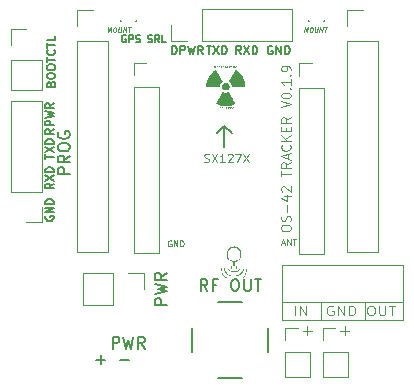
<source format=gbr>
%TF.GenerationSoftware,KiCad,Pcbnew,7.0.7*%
%TF.CreationDate,2024-01-13T12:59:24-05:00*%
%TF.ProjectId,sx7_footprints,7378375f-666f-46f7-9470-72696e74732e,rev?*%
%TF.SameCoordinates,Original*%
%TF.FileFunction,Legend,Top*%
%TF.FilePolarity,Positive*%
%FSLAX46Y46*%
G04 Gerber Fmt 4.6, Leading zero omitted, Abs format (unit mm)*
G04 Created by KiCad (PCBNEW 7.0.7) date 2024-01-13 12:59:24*
%MOMM*%
%LPD*%
G01*
G04 APERTURE LIST*
%ADD10C,0.150000*%
%ADD11C,0.100000*%
%ADD12C,0.125000*%
%ADD13C,0.120000*%
%ADD14C,0.127000*%
G04 APERTURE END LIST*
D10*
X130806819Y-86150220D02*
X129806819Y-86150220D01*
X129806819Y-86150220D02*
X129806819Y-85769268D01*
X129806819Y-85769268D02*
X129854438Y-85674030D01*
X129854438Y-85674030D02*
X129902057Y-85626411D01*
X129902057Y-85626411D02*
X129997295Y-85578792D01*
X129997295Y-85578792D02*
X130140152Y-85578792D01*
X130140152Y-85578792D02*
X130235390Y-85626411D01*
X130235390Y-85626411D02*
X130283009Y-85674030D01*
X130283009Y-85674030D02*
X130330628Y-85769268D01*
X130330628Y-85769268D02*
X130330628Y-86150220D01*
X130806819Y-84578792D02*
X130330628Y-84912125D01*
X130806819Y-85150220D02*
X129806819Y-85150220D01*
X129806819Y-85150220D02*
X129806819Y-84769268D01*
X129806819Y-84769268D02*
X129854438Y-84674030D01*
X129854438Y-84674030D02*
X129902057Y-84626411D01*
X129902057Y-84626411D02*
X129997295Y-84578792D01*
X129997295Y-84578792D02*
X130140152Y-84578792D01*
X130140152Y-84578792D02*
X130235390Y-84626411D01*
X130235390Y-84626411D02*
X130283009Y-84674030D01*
X130283009Y-84674030D02*
X130330628Y-84769268D01*
X130330628Y-84769268D02*
X130330628Y-85150220D01*
X129806819Y-83959744D02*
X129806819Y-83769268D01*
X129806819Y-83769268D02*
X129854438Y-83674030D01*
X129854438Y-83674030D02*
X129949676Y-83578792D01*
X129949676Y-83578792D02*
X130140152Y-83531173D01*
X130140152Y-83531173D02*
X130473485Y-83531173D01*
X130473485Y-83531173D02*
X130663961Y-83578792D01*
X130663961Y-83578792D02*
X130759200Y-83674030D01*
X130759200Y-83674030D02*
X130806819Y-83769268D01*
X130806819Y-83769268D02*
X130806819Y-83959744D01*
X130806819Y-83959744D02*
X130759200Y-84054982D01*
X130759200Y-84054982D02*
X130663961Y-84150220D01*
X130663961Y-84150220D02*
X130473485Y-84197839D01*
X130473485Y-84197839D02*
X130140152Y-84197839D01*
X130140152Y-84197839D02*
X129949676Y-84150220D01*
X129949676Y-84150220D02*
X129854438Y-84054982D01*
X129854438Y-84054982D02*
X129806819Y-83959744D01*
X129854438Y-82578792D02*
X129806819Y-82674030D01*
X129806819Y-82674030D02*
X129806819Y-82816887D01*
X129806819Y-82816887D02*
X129854438Y-82959744D01*
X129854438Y-82959744D02*
X129949676Y-83054982D01*
X129949676Y-83054982D02*
X130044914Y-83102601D01*
X130044914Y-83102601D02*
X130235390Y-83150220D01*
X130235390Y-83150220D02*
X130378247Y-83150220D01*
X130378247Y-83150220D02*
X130568723Y-83102601D01*
X130568723Y-83102601D02*
X130663961Y-83054982D01*
X130663961Y-83054982D02*
X130759200Y-82959744D01*
X130759200Y-82959744D02*
X130806819Y-82816887D01*
X130806819Y-82816887D02*
X130806819Y-82721649D01*
X130806819Y-82721649D02*
X130759200Y-82578792D01*
X130759200Y-82578792D02*
X130711580Y-82531173D01*
X130711580Y-82531173D02*
X130378247Y-82531173D01*
X130378247Y-82531173D02*
X130378247Y-82721649D01*
X133051779Y-101850866D02*
X133813684Y-101850866D01*
X133432731Y-102231819D02*
X133432731Y-101469914D01*
X135051779Y-101850866D02*
X135813684Y-101850866D01*
X143891000Y-82042000D02*
X143256000Y-82677000D01*
X143891000Y-83820000D02*
X143891000Y-82042000D01*
X143891000Y-82042000D02*
X144526000Y-82677000D01*
X145318350Y-75979533D02*
X145085017Y-75646200D01*
X144918350Y-75979533D02*
X144918350Y-75279533D01*
X144918350Y-75279533D02*
X145185017Y-75279533D01*
X145185017Y-75279533D02*
X145251684Y-75312866D01*
X145251684Y-75312866D02*
X145285017Y-75346200D01*
X145285017Y-75346200D02*
X145318350Y-75412866D01*
X145318350Y-75412866D02*
X145318350Y-75512866D01*
X145318350Y-75512866D02*
X145285017Y-75579533D01*
X145285017Y-75579533D02*
X145251684Y-75612866D01*
X145251684Y-75612866D02*
X145185017Y-75646200D01*
X145185017Y-75646200D02*
X144918350Y-75646200D01*
X145551684Y-75279533D02*
X146018350Y-75979533D01*
X146018350Y-75279533D02*
X145551684Y-75979533D01*
X146285017Y-75979533D02*
X146285017Y-75279533D01*
X146285017Y-75279533D02*
X146451684Y-75279533D01*
X146451684Y-75279533D02*
X146551684Y-75312866D01*
X146551684Y-75312866D02*
X146618351Y-75379533D01*
X146618351Y-75379533D02*
X146651684Y-75446200D01*
X146651684Y-75446200D02*
X146685017Y-75579533D01*
X146685017Y-75579533D02*
X146685017Y-75679533D01*
X146685017Y-75679533D02*
X146651684Y-75812866D01*
X146651684Y-75812866D02*
X146618351Y-75879533D01*
X146618351Y-75879533D02*
X146551684Y-75946200D01*
X146551684Y-75946200D02*
X146451684Y-75979533D01*
X146451684Y-75979533D02*
X146285017Y-75979533D01*
X147952017Y-75312866D02*
X147885350Y-75279533D01*
X147885350Y-75279533D02*
X147785350Y-75279533D01*
X147785350Y-75279533D02*
X147685350Y-75312866D01*
X147685350Y-75312866D02*
X147618684Y-75379533D01*
X147618684Y-75379533D02*
X147585350Y-75446200D01*
X147585350Y-75446200D02*
X147552017Y-75579533D01*
X147552017Y-75579533D02*
X147552017Y-75679533D01*
X147552017Y-75679533D02*
X147585350Y-75812866D01*
X147585350Y-75812866D02*
X147618684Y-75879533D01*
X147618684Y-75879533D02*
X147685350Y-75946200D01*
X147685350Y-75946200D02*
X147785350Y-75979533D01*
X147785350Y-75979533D02*
X147852017Y-75979533D01*
X147852017Y-75979533D02*
X147952017Y-75946200D01*
X147952017Y-75946200D02*
X147985350Y-75912866D01*
X147985350Y-75912866D02*
X147985350Y-75679533D01*
X147985350Y-75679533D02*
X147852017Y-75679533D01*
X148285350Y-75979533D02*
X148285350Y-75279533D01*
X148285350Y-75279533D02*
X148685350Y-75979533D01*
X148685350Y-75979533D02*
X148685350Y-75279533D01*
X149018683Y-75979533D02*
X149018683Y-75279533D01*
X149018683Y-75279533D02*
X149185350Y-75279533D01*
X149185350Y-75279533D02*
X149285350Y-75312866D01*
X149285350Y-75312866D02*
X149352017Y-75379533D01*
X149352017Y-75379533D02*
X149385350Y-75446200D01*
X149385350Y-75446200D02*
X149418683Y-75579533D01*
X149418683Y-75579533D02*
X149418683Y-75679533D01*
X149418683Y-75679533D02*
X149385350Y-75812866D01*
X149385350Y-75812866D02*
X149352017Y-75879533D01*
X149352017Y-75879533D02*
X149285350Y-75946200D01*
X149285350Y-75946200D02*
X149185350Y-75979533D01*
X149185350Y-75979533D02*
X149018683Y-75979533D01*
X139457350Y-75979533D02*
X139457350Y-75279533D01*
X139457350Y-75279533D02*
X139624017Y-75279533D01*
X139624017Y-75279533D02*
X139724017Y-75312866D01*
X139724017Y-75312866D02*
X139790684Y-75379533D01*
X139790684Y-75379533D02*
X139824017Y-75446200D01*
X139824017Y-75446200D02*
X139857350Y-75579533D01*
X139857350Y-75579533D02*
X139857350Y-75679533D01*
X139857350Y-75679533D02*
X139824017Y-75812866D01*
X139824017Y-75812866D02*
X139790684Y-75879533D01*
X139790684Y-75879533D02*
X139724017Y-75946200D01*
X139724017Y-75946200D02*
X139624017Y-75979533D01*
X139624017Y-75979533D02*
X139457350Y-75979533D01*
X140157350Y-75979533D02*
X140157350Y-75279533D01*
X140157350Y-75279533D02*
X140424017Y-75279533D01*
X140424017Y-75279533D02*
X140490684Y-75312866D01*
X140490684Y-75312866D02*
X140524017Y-75346200D01*
X140524017Y-75346200D02*
X140557350Y-75412866D01*
X140557350Y-75412866D02*
X140557350Y-75512866D01*
X140557350Y-75512866D02*
X140524017Y-75579533D01*
X140524017Y-75579533D02*
X140490684Y-75612866D01*
X140490684Y-75612866D02*
X140424017Y-75646200D01*
X140424017Y-75646200D02*
X140157350Y-75646200D01*
X140790684Y-75279533D02*
X140957350Y-75979533D01*
X140957350Y-75979533D02*
X141090684Y-75479533D01*
X141090684Y-75479533D02*
X141224017Y-75979533D01*
X141224017Y-75979533D02*
X141390684Y-75279533D01*
X142057350Y-75979533D02*
X141824017Y-75646200D01*
X141657350Y-75979533D02*
X141657350Y-75279533D01*
X141657350Y-75279533D02*
X141924017Y-75279533D01*
X141924017Y-75279533D02*
X141990684Y-75312866D01*
X141990684Y-75312866D02*
X142024017Y-75346200D01*
X142024017Y-75346200D02*
X142057350Y-75412866D01*
X142057350Y-75412866D02*
X142057350Y-75512866D01*
X142057350Y-75512866D02*
X142024017Y-75579533D01*
X142024017Y-75579533D02*
X141990684Y-75612866D01*
X141990684Y-75612866D02*
X141924017Y-75646200D01*
X141924017Y-75646200D02*
X141657350Y-75646200D01*
X128779866Y-89709683D02*
X128746533Y-89776350D01*
X128746533Y-89776350D02*
X128746533Y-89876350D01*
X128746533Y-89876350D02*
X128779866Y-89976350D01*
X128779866Y-89976350D02*
X128846533Y-90043017D01*
X128846533Y-90043017D02*
X128913200Y-90076350D01*
X128913200Y-90076350D02*
X129046533Y-90109683D01*
X129046533Y-90109683D02*
X129146533Y-90109683D01*
X129146533Y-90109683D02*
X129279866Y-90076350D01*
X129279866Y-90076350D02*
X129346533Y-90043017D01*
X129346533Y-90043017D02*
X129413200Y-89976350D01*
X129413200Y-89976350D02*
X129446533Y-89876350D01*
X129446533Y-89876350D02*
X129446533Y-89809683D01*
X129446533Y-89809683D02*
X129413200Y-89709683D01*
X129413200Y-89709683D02*
X129379866Y-89676350D01*
X129379866Y-89676350D02*
X129146533Y-89676350D01*
X129146533Y-89676350D02*
X129146533Y-89809683D01*
X129446533Y-89376350D02*
X128746533Y-89376350D01*
X128746533Y-89376350D02*
X129446533Y-88976350D01*
X129446533Y-88976350D02*
X128746533Y-88976350D01*
X129446533Y-88643017D02*
X128746533Y-88643017D01*
X128746533Y-88643017D02*
X128746533Y-88476350D01*
X128746533Y-88476350D02*
X128779866Y-88376350D01*
X128779866Y-88376350D02*
X128846533Y-88309684D01*
X128846533Y-88309684D02*
X128913200Y-88276350D01*
X128913200Y-88276350D02*
X129046533Y-88243017D01*
X129046533Y-88243017D02*
X129146533Y-88243017D01*
X129146533Y-88243017D02*
X129279866Y-88276350D01*
X129279866Y-88276350D02*
X129346533Y-88309684D01*
X129346533Y-88309684D02*
X129413200Y-88376350D01*
X129413200Y-88376350D02*
X129446533Y-88476350D01*
X129446533Y-88476350D02*
X129446533Y-88643017D01*
X129446533Y-82315017D02*
X129113200Y-82548350D01*
X129446533Y-82715017D02*
X128746533Y-82715017D01*
X128746533Y-82715017D02*
X128746533Y-82448350D01*
X128746533Y-82448350D02*
X128779866Y-82381684D01*
X128779866Y-82381684D02*
X128813200Y-82348350D01*
X128813200Y-82348350D02*
X128879866Y-82315017D01*
X128879866Y-82315017D02*
X128979866Y-82315017D01*
X128979866Y-82315017D02*
X129046533Y-82348350D01*
X129046533Y-82348350D02*
X129079866Y-82381684D01*
X129079866Y-82381684D02*
X129113200Y-82448350D01*
X129113200Y-82448350D02*
X129113200Y-82715017D01*
X129446533Y-82015017D02*
X128746533Y-82015017D01*
X128746533Y-82015017D02*
X128746533Y-81748350D01*
X128746533Y-81748350D02*
X128779866Y-81681684D01*
X128779866Y-81681684D02*
X128813200Y-81648350D01*
X128813200Y-81648350D02*
X128879866Y-81615017D01*
X128879866Y-81615017D02*
X128979866Y-81615017D01*
X128979866Y-81615017D02*
X129046533Y-81648350D01*
X129046533Y-81648350D02*
X129079866Y-81681684D01*
X129079866Y-81681684D02*
X129113200Y-81748350D01*
X129113200Y-81748350D02*
X129113200Y-82015017D01*
X128746533Y-81381684D02*
X129446533Y-81215017D01*
X129446533Y-81215017D02*
X128946533Y-81081684D01*
X128946533Y-81081684D02*
X129446533Y-80948350D01*
X129446533Y-80948350D02*
X128746533Y-80781684D01*
X129446533Y-80115017D02*
X129113200Y-80348350D01*
X129446533Y-80515017D02*
X128746533Y-80515017D01*
X128746533Y-80515017D02*
X128746533Y-80248350D01*
X128746533Y-80248350D02*
X128779866Y-80181684D01*
X128779866Y-80181684D02*
X128813200Y-80148350D01*
X128813200Y-80148350D02*
X128879866Y-80115017D01*
X128879866Y-80115017D02*
X128979866Y-80115017D01*
X128979866Y-80115017D02*
X129046533Y-80148350D01*
X129046533Y-80148350D02*
X129079866Y-80181684D01*
X129079866Y-80181684D02*
X129113200Y-80248350D01*
X129113200Y-80248350D02*
X129113200Y-80515017D01*
D11*
X149886074Y-98067895D02*
X149886074Y-97267895D01*
X150314645Y-98067895D02*
X150314645Y-97267895D01*
X150314645Y-97267895D02*
X150828931Y-98067895D01*
X150828931Y-98067895D02*
X150828931Y-97267895D01*
X153100359Y-97305990D02*
X153014645Y-97267895D01*
X153014645Y-97267895D02*
X152886073Y-97267895D01*
X152886073Y-97267895D02*
X152757502Y-97305990D01*
X152757502Y-97305990D02*
X152671787Y-97382180D01*
X152671787Y-97382180D02*
X152628930Y-97458371D01*
X152628930Y-97458371D02*
X152586073Y-97610752D01*
X152586073Y-97610752D02*
X152586073Y-97725038D01*
X152586073Y-97725038D02*
X152628930Y-97877419D01*
X152628930Y-97877419D02*
X152671787Y-97953609D01*
X152671787Y-97953609D02*
X152757502Y-98029800D01*
X152757502Y-98029800D02*
X152886073Y-98067895D01*
X152886073Y-98067895D02*
X152971787Y-98067895D01*
X152971787Y-98067895D02*
X153100359Y-98029800D01*
X153100359Y-98029800D02*
X153143216Y-97991704D01*
X153143216Y-97991704D02*
X153143216Y-97725038D01*
X153143216Y-97725038D02*
X152971787Y-97725038D01*
X153528930Y-98067895D02*
X153528930Y-97267895D01*
X153528930Y-97267895D02*
X154043216Y-98067895D01*
X154043216Y-98067895D02*
X154043216Y-97267895D01*
X154471787Y-98067895D02*
X154471787Y-97267895D01*
X154471787Y-97267895D02*
X154686073Y-97267895D01*
X154686073Y-97267895D02*
X154814644Y-97305990D01*
X154814644Y-97305990D02*
X154900359Y-97382180D01*
X154900359Y-97382180D02*
X154943216Y-97458371D01*
X154943216Y-97458371D02*
X154986073Y-97610752D01*
X154986073Y-97610752D02*
X154986073Y-97725038D01*
X154986073Y-97725038D02*
X154943216Y-97877419D01*
X154943216Y-97877419D02*
X154900359Y-97953609D01*
X154900359Y-97953609D02*
X154814644Y-98029800D01*
X154814644Y-98029800D02*
X154686073Y-98067895D01*
X154686073Y-98067895D02*
X154471787Y-98067895D01*
X156228930Y-97267895D02*
X156400358Y-97267895D01*
X156400358Y-97267895D02*
X156486073Y-97305990D01*
X156486073Y-97305990D02*
X156571787Y-97382180D01*
X156571787Y-97382180D02*
X156614644Y-97534561D01*
X156614644Y-97534561D02*
X156614644Y-97801228D01*
X156614644Y-97801228D02*
X156571787Y-97953609D01*
X156571787Y-97953609D02*
X156486073Y-98029800D01*
X156486073Y-98029800D02*
X156400358Y-98067895D01*
X156400358Y-98067895D02*
X156228930Y-98067895D01*
X156228930Y-98067895D02*
X156143216Y-98029800D01*
X156143216Y-98029800D02*
X156057501Y-97953609D01*
X156057501Y-97953609D02*
X156014644Y-97801228D01*
X156014644Y-97801228D02*
X156014644Y-97534561D01*
X156014644Y-97534561D02*
X156057501Y-97382180D01*
X156057501Y-97382180D02*
X156143216Y-97305990D01*
X156143216Y-97305990D02*
X156228930Y-97267895D01*
X157000358Y-97267895D02*
X157000358Y-97915514D01*
X157000358Y-97915514D02*
X157043215Y-97991704D01*
X157043215Y-97991704D02*
X157086073Y-98029800D01*
X157086073Y-98029800D02*
X157171787Y-98067895D01*
X157171787Y-98067895D02*
X157343215Y-98067895D01*
X157343215Y-98067895D02*
X157428930Y-98029800D01*
X157428930Y-98029800D02*
X157471787Y-97991704D01*
X157471787Y-97991704D02*
X157514644Y-97915514D01*
X157514644Y-97915514D02*
X157514644Y-97267895D01*
X157814644Y-97267895D02*
X158328930Y-97267895D01*
X158071787Y-98067895D02*
X158071787Y-97267895D01*
D12*
X142201569Y-85091500D02*
X142301569Y-85124833D01*
X142301569Y-85124833D02*
X142468236Y-85124833D01*
X142468236Y-85124833D02*
X142534902Y-85091500D01*
X142534902Y-85091500D02*
X142568236Y-85058166D01*
X142568236Y-85058166D02*
X142601569Y-84991500D01*
X142601569Y-84991500D02*
X142601569Y-84924833D01*
X142601569Y-84924833D02*
X142568236Y-84858166D01*
X142568236Y-84858166D02*
X142534902Y-84824833D01*
X142534902Y-84824833D02*
X142468236Y-84791500D01*
X142468236Y-84791500D02*
X142334902Y-84758166D01*
X142334902Y-84758166D02*
X142268236Y-84724833D01*
X142268236Y-84724833D02*
X142234902Y-84691500D01*
X142234902Y-84691500D02*
X142201569Y-84624833D01*
X142201569Y-84624833D02*
X142201569Y-84558166D01*
X142201569Y-84558166D02*
X142234902Y-84491500D01*
X142234902Y-84491500D02*
X142268236Y-84458166D01*
X142268236Y-84458166D02*
X142334902Y-84424833D01*
X142334902Y-84424833D02*
X142501569Y-84424833D01*
X142501569Y-84424833D02*
X142601569Y-84458166D01*
X142834903Y-84424833D02*
X143301569Y-85124833D01*
X143301569Y-84424833D02*
X142834903Y-85124833D01*
X143934903Y-85124833D02*
X143534903Y-85124833D01*
X143734903Y-85124833D02*
X143734903Y-84424833D01*
X143734903Y-84424833D02*
X143668236Y-84524833D01*
X143668236Y-84524833D02*
X143601570Y-84591500D01*
X143601570Y-84591500D02*
X143534903Y-84624833D01*
X144201570Y-84491500D02*
X144234903Y-84458166D01*
X144234903Y-84458166D02*
X144301570Y-84424833D01*
X144301570Y-84424833D02*
X144468237Y-84424833D01*
X144468237Y-84424833D02*
X144534903Y-84458166D01*
X144534903Y-84458166D02*
X144568237Y-84491500D01*
X144568237Y-84491500D02*
X144601570Y-84558166D01*
X144601570Y-84558166D02*
X144601570Y-84624833D01*
X144601570Y-84624833D02*
X144568237Y-84724833D01*
X144568237Y-84724833D02*
X144168237Y-85124833D01*
X144168237Y-85124833D02*
X144601570Y-85124833D01*
X144834904Y-84424833D02*
X145301570Y-84424833D01*
X145301570Y-84424833D02*
X145001570Y-85124833D01*
X145501571Y-84424833D02*
X145968237Y-85124833D01*
X145968237Y-84424833D02*
X145501571Y-85124833D01*
D11*
X134016646Y-74113847D02*
X134066646Y-73713847D01*
X134066646Y-73713847D02*
X134164265Y-73999561D01*
X134164265Y-73999561D02*
X134333312Y-73713847D01*
X134333312Y-73713847D02*
X134283312Y-74113847D01*
X134599979Y-73713847D02*
X134676170Y-73713847D01*
X134676170Y-73713847D02*
X134711884Y-73732895D01*
X134711884Y-73732895D02*
X134745217Y-73770990D01*
X134745217Y-73770990D02*
X134754741Y-73847180D01*
X134754741Y-73847180D02*
X134738074Y-73980514D01*
X134738074Y-73980514D02*
X134709503Y-74056704D01*
X134709503Y-74056704D02*
X134666646Y-74094800D01*
X134666646Y-74094800D02*
X134626170Y-74113847D01*
X134626170Y-74113847D02*
X134549979Y-74113847D01*
X134549979Y-74113847D02*
X134514265Y-74094800D01*
X134514265Y-74094800D02*
X134480932Y-74056704D01*
X134480932Y-74056704D02*
X134471408Y-73980514D01*
X134471408Y-73980514D02*
X134488074Y-73847180D01*
X134488074Y-73847180D02*
X134516646Y-73770990D01*
X134516646Y-73770990D02*
X134559503Y-73732895D01*
X134559503Y-73732895D02*
X134599979Y-73713847D01*
X134942837Y-73713847D02*
X134902360Y-74037657D01*
X134902360Y-74037657D02*
X134916646Y-74075752D01*
X134916646Y-74075752D02*
X134933313Y-74094800D01*
X134933313Y-74094800D02*
X134969027Y-74113847D01*
X134969027Y-74113847D02*
X135045218Y-74113847D01*
X135045218Y-74113847D02*
X135085694Y-74094800D01*
X135085694Y-74094800D02*
X135107122Y-74075752D01*
X135107122Y-74075752D02*
X135130932Y-74037657D01*
X135130932Y-74037657D02*
X135171408Y-73713847D01*
X135311885Y-74113847D02*
X135361885Y-73713847D01*
X135361885Y-73713847D02*
X135540456Y-74113847D01*
X135540456Y-74113847D02*
X135590456Y-73713847D01*
X135723790Y-73713847D02*
X135952361Y-73713847D01*
X135788076Y-74113847D02*
X135838076Y-73713847D01*
D10*
X135556826Y-74404342D02*
X135499684Y-74375771D01*
X135499684Y-74375771D02*
X135413969Y-74375771D01*
X135413969Y-74375771D02*
X135328255Y-74404342D01*
X135328255Y-74404342D02*
X135271112Y-74461485D01*
X135271112Y-74461485D02*
X135242541Y-74518628D01*
X135242541Y-74518628D02*
X135213969Y-74632914D01*
X135213969Y-74632914D02*
X135213969Y-74718628D01*
X135213969Y-74718628D02*
X135242541Y-74832914D01*
X135242541Y-74832914D02*
X135271112Y-74890057D01*
X135271112Y-74890057D02*
X135328255Y-74947200D01*
X135328255Y-74947200D02*
X135413969Y-74975771D01*
X135413969Y-74975771D02*
X135471112Y-74975771D01*
X135471112Y-74975771D02*
X135556826Y-74947200D01*
X135556826Y-74947200D02*
X135585398Y-74918628D01*
X135585398Y-74918628D02*
X135585398Y-74718628D01*
X135585398Y-74718628D02*
X135471112Y-74718628D01*
X135842541Y-74975771D02*
X135842541Y-74375771D01*
X135842541Y-74375771D02*
X136071112Y-74375771D01*
X136071112Y-74375771D02*
X136128255Y-74404342D01*
X136128255Y-74404342D02*
X136156826Y-74432914D01*
X136156826Y-74432914D02*
X136185398Y-74490057D01*
X136185398Y-74490057D02*
X136185398Y-74575771D01*
X136185398Y-74575771D02*
X136156826Y-74632914D01*
X136156826Y-74632914D02*
X136128255Y-74661485D01*
X136128255Y-74661485D02*
X136071112Y-74690057D01*
X136071112Y-74690057D02*
X135842541Y-74690057D01*
X136413969Y-74947200D02*
X136499684Y-74975771D01*
X136499684Y-74975771D02*
X136642541Y-74975771D01*
X136642541Y-74975771D02*
X136699684Y-74947200D01*
X136699684Y-74947200D02*
X136728255Y-74918628D01*
X136728255Y-74918628D02*
X136756826Y-74861485D01*
X136756826Y-74861485D02*
X136756826Y-74804342D01*
X136756826Y-74804342D02*
X136728255Y-74747200D01*
X136728255Y-74747200D02*
X136699684Y-74718628D01*
X136699684Y-74718628D02*
X136642541Y-74690057D01*
X136642541Y-74690057D02*
X136528255Y-74661485D01*
X136528255Y-74661485D02*
X136471112Y-74632914D01*
X136471112Y-74632914D02*
X136442541Y-74604342D01*
X136442541Y-74604342D02*
X136413969Y-74547200D01*
X136413969Y-74547200D02*
X136413969Y-74490057D01*
X136413969Y-74490057D02*
X136442541Y-74432914D01*
X136442541Y-74432914D02*
X136471112Y-74404342D01*
X136471112Y-74404342D02*
X136528255Y-74375771D01*
X136528255Y-74375771D02*
X136671112Y-74375771D01*
X136671112Y-74375771D02*
X136756826Y-74404342D01*
X137442541Y-74947200D02*
X137528256Y-74975771D01*
X137528256Y-74975771D02*
X137671113Y-74975771D01*
X137671113Y-74975771D02*
X137728256Y-74947200D01*
X137728256Y-74947200D02*
X137756827Y-74918628D01*
X137756827Y-74918628D02*
X137785398Y-74861485D01*
X137785398Y-74861485D02*
X137785398Y-74804342D01*
X137785398Y-74804342D02*
X137756827Y-74747200D01*
X137756827Y-74747200D02*
X137728256Y-74718628D01*
X137728256Y-74718628D02*
X137671113Y-74690057D01*
X137671113Y-74690057D02*
X137556827Y-74661485D01*
X137556827Y-74661485D02*
X137499684Y-74632914D01*
X137499684Y-74632914D02*
X137471113Y-74604342D01*
X137471113Y-74604342D02*
X137442541Y-74547200D01*
X137442541Y-74547200D02*
X137442541Y-74490057D01*
X137442541Y-74490057D02*
X137471113Y-74432914D01*
X137471113Y-74432914D02*
X137499684Y-74404342D01*
X137499684Y-74404342D02*
X137556827Y-74375771D01*
X137556827Y-74375771D02*
X137699684Y-74375771D01*
X137699684Y-74375771D02*
X137785398Y-74404342D01*
X138385399Y-74975771D02*
X138185399Y-74690057D01*
X138042542Y-74975771D02*
X138042542Y-74375771D01*
X138042542Y-74375771D02*
X138271113Y-74375771D01*
X138271113Y-74375771D02*
X138328256Y-74404342D01*
X138328256Y-74404342D02*
X138356827Y-74432914D01*
X138356827Y-74432914D02*
X138385399Y-74490057D01*
X138385399Y-74490057D02*
X138385399Y-74575771D01*
X138385399Y-74575771D02*
X138356827Y-74632914D01*
X138356827Y-74632914D02*
X138328256Y-74661485D01*
X138328256Y-74661485D02*
X138271113Y-74690057D01*
X138271113Y-74690057D02*
X138042542Y-74690057D01*
X138928256Y-74975771D02*
X138642542Y-74975771D01*
X138642542Y-74975771D02*
X138642542Y-74375771D01*
D11*
X150653646Y-74113847D02*
X150703646Y-73713847D01*
X150703646Y-73713847D02*
X150801265Y-73999561D01*
X150801265Y-73999561D02*
X150970312Y-73713847D01*
X150970312Y-73713847D02*
X150920312Y-74113847D01*
X151236979Y-73713847D02*
X151313170Y-73713847D01*
X151313170Y-73713847D02*
X151348884Y-73732895D01*
X151348884Y-73732895D02*
X151382217Y-73770990D01*
X151382217Y-73770990D02*
X151391741Y-73847180D01*
X151391741Y-73847180D02*
X151375074Y-73980514D01*
X151375074Y-73980514D02*
X151346503Y-74056704D01*
X151346503Y-74056704D02*
X151303646Y-74094800D01*
X151303646Y-74094800D02*
X151263170Y-74113847D01*
X151263170Y-74113847D02*
X151186979Y-74113847D01*
X151186979Y-74113847D02*
X151151265Y-74094800D01*
X151151265Y-74094800D02*
X151117932Y-74056704D01*
X151117932Y-74056704D02*
X151108408Y-73980514D01*
X151108408Y-73980514D02*
X151125074Y-73847180D01*
X151125074Y-73847180D02*
X151153646Y-73770990D01*
X151153646Y-73770990D02*
X151196503Y-73732895D01*
X151196503Y-73732895D02*
X151236979Y-73713847D01*
X151579837Y-73713847D02*
X151539360Y-74037657D01*
X151539360Y-74037657D02*
X151553646Y-74075752D01*
X151553646Y-74075752D02*
X151570313Y-74094800D01*
X151570313Y-74094800D02*
X151606027Y-74113847D01*
X151606027Y-74113847D02*
X151682218Y-74113847D01*
X151682218Y-74113847D02*
X151722694Y-74094800D01*
X151722694Y-74094800D02*
X151744122Y-74075752D01*
X151744122Y-74075752D02*
X151767932Y-74037657D01*
X151767932Y-74037657D02*
X151808408Y-73713847D01*
X151948885Y-74113847D02*
X151998885Y-73713847D01*
X151998885Y-73713847D02*
X152177456Y-74113847D01*
X152177456Y-74113847D02*
X152227456Y-73713847D01*
X152360790Y-73713847D02*
X152589361Y-73713847D01*
X152425076Y-74113847D02*
X152475076Y-73713847D01*
D10*
X142405350Y-75279533D02*
X142805350Y-75279533D01*
X142605350Y-75979533D02*
X142605350Y-75279533D01*
X142972017Y-75279533D02*
X143438683Y-75979533D01*
X143438683Y-75279533D02*
X142972017Y-75979533D01*
X143705350Y-75979533D02*
X143705350Y-75279533D01*
X143705350Y-75279533D02*
X143872017Y-75279533D01*
X143872017Y-75279533D02*
X143972017Y-75312866D01*
X143972017Y-75312866D02*
X144038684Y-75379533D01*
X144038684Y-75379533D02*
X144072017Y-75446200D01*
X144072017Y-75446200D02*
X144105350Y-75579533D01*
X144105350Y-75579533D02*
X144105350Y-75679533D01*
X144105350Y-75679533D02*
X144072017Y-75812866D01*
X144072017Y-75812866D02*
X144038684Y-75879533D01*
X144038684Y-75879533D02*
X143972017Y-75946200D01*
X143972017Y-75946200D02*
X143872017Y-75979533D01*
X143872017Y-75979533D02*
X143705350Y-75979533D01*
D12*
X139401188Y-91785119D02*
X139353569Y-91761309D01*
X139353569Y-91761309D02*
X139282140Y-91761309D01*
X139282140Y-91761309D02*
X139210712Y-91785119D01*
X139210712Y-91785119D02*
X139163093Y-91832738D01*
X139163093Y-91832738D02*
X139139283Y-91880357D01*
X139139283Y-91880357D02*
X139115474Y-91975595D01*
X139115474Y-91975595D02*
X139115474Y-92047023D01*
X139115474Y-92047023D02*
X139139283Y-92142261D01*
X139139283Y-92142261D02*
X139163093Y-92189880D01*
X139163093Y-92189880D02*
X139210712Y-92237500D01*
X139210712Y-92237500D02*
X139282140Y-92261309D01*
X139282140Y-92261309D02*
X139329759Y-92261309D01*
X139329759Y-92261309D02*
X139401188Y-92237500D01*
X139401188Y-92237500D02*
X139424997Y-92213690D01*
X139424997Y-92213690D02*
X139424997Y-92047023D01*
X139424997Y-92047023D02*
X139329759Y-92047023D01*
X139639283Y-92261309D02*
X139639283Y-91761309D01*
X139639283Y-91761309D02*
X139924997Y-92261309D01*
X139924997Y-92261309D02*
X139924997Y-91761309D01*
X140163093Y-92261309D02*
X140163093Y-91761309D01*
X140163093Y-91761309D02*
X140282141Y-91761309D01*
X140282141Y-91761309D02*
X140353569Y-91785119D01*
X140353569Y-91785119D02*
X140401188Y-91832738D01*
X140401188Y-91832738D02*
X140424998Y-91880357D01*
X140424998Y-91880357D02*
X140448807Y-91975595D01*
X140448807Y-91975595D02*
X140448807Y-92047023D01*
X140448807Y-92047023D02*
X140424998Y-92142261D01*
X140424998Y-92142261D02*
X140401188Y-92189880D01*
X140401188Y-92189880D02*
X140353569Y-92237500D01*
X140353569Y-92237500D02*
X140282141Y-92261309D01*
X140282141Y-92261309D02*
X140163093Y-92261309D01*
X148767474Y-91991452D02*
X149005569Y-91991452D01*
X148719855Y-92134309D02*
X148886521Y-91634309D01*
X148886521Y-91634309D02*
X149053188Y-92134309D01*
X149219854Y-92134309D02*
X149219854Y-91634309D01*
X149219854Y-91634309D02*
X149505568Y-92134309D01*
X149505568Y-92134309D02*
X149505568Y-91634309D01*
X149672236Y-91634309D02*
X149957950Y-91634309D01*
X149815093Y-92134309D02*
X149815093Y-91634309D01*
D10*
X129446533Y-86942684D02*
X129113200Y-87176017D01*
X129446533Y-87342684D02*
X128746533Y-87342684D01*
X128746533Y-87342684D02*
X128746533Y-87076017D01*
X128746533Y-87076017D02*
X128779866Y-87009351D01*
X128779866Y-87009351D02*
X128813200Y-86976017D01*
X128813200Y-86976017D02*
X128879866Y-86942684D01*
X128879866Y-86942684D02*
X128979866Y-86942684D01*
X128979866Y-86942684D02*
X129046533Y-86976017D01*
X129046533Y-86976017D02*
X129079866Y-87009351D01*
X129079866Y-87009351D02*
X129113200Y-87076017D01*
X129113200Y-87076017D02*
X129113200Y-87342684D01*
X128746533Y-86709351D02*
X129446533Y-86242684D01*
X128746533Y-86242684D02*
X129446533Y-86709351D01*
X129446533Y-85976017D02*
X128746533Y-85976017D01*
X128746533Y-85976017D02*
X128746533Y-85809350D01*
X128746533Y-85809350D02*
X128779866Y-85709350D01*
X128779866Y-85709350D02*
X128846533Y-85642684D01*
X128846533Y-85642684D02*
X128913200Y-85609350D01*
X128913200Y-85609350D02*
X129046533Y-85576017D01*
X129046533Y-85576017D02*
X129146533Y-85576017D01*
X129146533Y-85576017D02*
X129279866Y-85609350D01*
X129279866Y-85609350D02*
X129346533Y-85642684D01*
X129346533Y-85642684D02*
X129413200Y-85709350D01*
X129413200Y-85709350D02*
X129446533Y-85809350D01*
X129446533Y-85809350D02*
X129446533Y-85976017D01*
X128746533Y-84863017D02*
X128746533Y-84463017D01*
X129446533Y-84663017D02*
X128746533Y-84663017D01*
X128746533Y-84296351D02*
X129446533Y-83829684D01*
X128746533Y-83829684D02*
X129446533Y-84296351D01*
X129446533Y-83563017D02*
X128746533Y-83563017D01*
X128746533Y-83563017D02*
X128746533Y-83396350D01*
X128746533Y-83396350D02*
X128779866Y-83296350D01*
X128779866Y-83296350D02*
X128846533Y-83229684D01*
X128846533Y-83229684D02*
X128913200Y-83196350D01*
X128913200Y-83196350D02*
X129046533Y-83163017D01*
X129046533Y-83163017D02*
X129146533Y-83163017D01*
X129146533Y-83163017D02*
X129279866Y-83196350D01*
X129279866Y-83196350D02*
X129346533Y-83229684D01*
X129346533Y-83229684D02*
X129413200Y-83296350D01*
X129413200Y-83296350D02*
X129446533Y-83396350D01*
X129446533Y-83396350D02*
X129446533Y-83563017D01*
D11*
X148702895Y-90777353D02*
X148702895Y-90624972D01*
X148702895Y-90624972D02*
X148740990Y-90548782D01*
X148740990Y-90548782D02*
X148817180Y-90472591D01*
X148817180Y-90472591D02*
X148969561Y-90434496D01*
X148969561Y-90434496D02*
X149236228Y-90434496D01*
X149236228Y-90434496D02*
X149388609Y-90472591D01*
X149388609Y-90472591D02*
X149464800Y-90548782D01*
X149464800Y-90548782D02*
X149502895Y-90624972D01*
X149502895Y-90624972D02*
X149502895Y-90777353D01*
X149502895Y-90777353D02*
X149464800Y-90853544D01*
X149464800Y-90853544D02*
X149388609Y-90929734D01*
X149388609Y-90929734D02*
X149236228Y-90967830D01*
X149236228Y-90967830D02*
X148969561Y-90967830D01*
X148969561Y-90967830D02*
X148817180Y-90929734D01*
X148817180Y-90929734D02*
X148740990Y-90853544D01*
X148740990Y-90853544D02*
X148702895Y-90777353D01*
X149464800Y-90129735D02*
X149502895Y-90015449D01*
X149502895Y-90015449D02*
X149502895Y-89824973D01*
X149502895Y-89824973D02*
X149464800Y-89748782D01*
X149464800Y-89748782D02*
X149426704Y-89710687D01*
X149426704Y-89710687D02*
X149350514Y-89672592D01*
X149350514Y-89672592D02*
X149274323Y-89672592D01*
X149274323Y-89672592D02*
X149198133Y-89710687D01*
X149198133Y-89710687D02*
X149160038Y-89748782D01*
X149160038Y-89748782D02*
X149121942Y-89824973D01*
X149121942Y-89824973D02*
X149083847Y-89977354D01*
X149083847Y-89977354D02*
X149045752Y-90053544D01*
X149045752Y-90053544D02*
X149007657Y-90091639D01*
X149007657Y-90091639D02*
X148931466Y-90129735D01*
X148931466Y-90129735D02*
X148855276Y-90129735D01*
X148855276Y-90129735D02*
X148779085Y-90091639D01*
X148779085Y-90091639D02*
X148740990Y-90053544D01*
X148740990Y-90053544D02*
X148702895Y-89977354D01*
X148702895Y-89977354D02*
X148702895Y-89786877D01*
X148702895Y-89786877D02*
X148740990Y-89672592D01*
X149198133Y-89329734D02*
X149198133Y-88720211D01*
X148969561Y-87996401D02*
X149502895Y-87996401D01*
X148664800Y-88186877D02*
X149236228Y-88377354D01*
X149236228Y-88377354D02*
X149236228Y-87882115D01*
X148779085Y-87615449D02*
X148740990Y-87577353D01*
X148740990Y-87577353D02*
X148702895Y-87501163D01*
X148702895Y-87501163D02*
X148702895Y-87310687D01*
X148702895Y-87310687D02*
X148740990Y-87234496D01*
X148740990Y-87234496D02*
X148779085Y-87196401D01*
X148779085Y-87196401D02*
X148855276Y-87158306D01*
X148855276Y-87158306D02*
X148931466Y-87158306D01*
X148931466Y-87158306D02*
X149045752Y-87196401D01*
X149045752Y-87196401D02*
X149502895Y-87653544D01*
X149502895Y-87653544D02*
X149502895Y-87158306D01*
X148702895Y-86320210D02*
X148702895Y-85863067D01*
X149502895Y-86091639D02*
X148702895Y-86091639D01*
X149502895Y-85139257D02*
X149121942Y-85405924D01*
X149502895Y-85596400D02*
X148702895Y-85596400D01*
X148702895Y-85596400D02*
X148702895Y-85291638D01*
X148702895Y-85291638D02*
X148740990Y-85215448D01*
X148740990Y-85215448D02*
X148779085Y-85177353D01*
X148779085Y-85177353D02*
X148855276Y-85139257D01*
X148855276Y-85139257D02*
X148969561Y-85139257D01*
X148969561Y-85139257D02*
X149045752Y-85177353D01*
X149045752Y-85177353D02*
X149083847Y-85215448D01*
X149083847Y-85215448D02*
X149121942Y-85291638D01*
X149121942Y-85291638D02*
X149121942Y-85596400D01*
X149274323Y-84834496D02*
X149274323Y-84453543D01*
X149502895Y-84910686D02*
X148702895Y-84644019D01*
X148702895Y-84644019D02*
X149502895Y-84377353D01*
X149426704Y-83653543D02*
X149464800Y-83691639D01*
X149464800Y-83691639D02*
X149502895Y-83805924D01*
X149502895Y-83805924D02*
X149502895Y-83882115D01*
X149502895Y-83882115D02*
X149464800Y-83996401D01*
X149464800Y-83996401D02*
X149388609Y-84072591D01*
X149388609Y-84072591D02*
X149312419Y-84110686D01*
X149312419Y-84110686D02*
X149160038Y-84148782D01*
X149160038Y-84148782D02*
X149045752Y-84148782D01*
X149045752Y-84148782D02*
X148893371Y-84110686D01*
X148893371Y-84110686D02*
X148817180Y-84072591D01*
X148817180Y-84072591D02*
X148740990Y-83996401D01*
X148740990Y-83996401D02*
X148702895Y-83882115D01*
X148702895Y-83882115D02*
X148702895Y-83805924D01*
X148702895Y-83805924D02*
X148740990Y-83691639D01*
X148740990Y-83691639D02*
X148779085Y-83653543D01*
X149502895Y-83310686D02*
X148702895Y-83310686D01*
X149502895Y-82853543D02*
X149045752Y-83196401D01*
X148702895Y-82853543D02*
X149160038Y-83310686D01*
X149083847Y-82510686D02*
X149083847Y-82244020D01*
X149502895Y-82129734D02*
X149502895Y-82510686D01*
X149502895Y-82510686D02*
X148702895Y-82510686D01*
X148702895Y-82510686D02*
X148702895Y-82129734D01*
X149502895Y-81329733D02*
X149121942Y-81596400D01*
X149502895Y-81786876D02*
X148702895Y-81786876D01*
X148702895Y-81786876D02*
X148702895Y-81482114D01*
X148702895Y-81482114D02*
X148740990Y-81405924D01*
X148740990Y-81405924D02*
X148779085Y-81367829D01*
X148779085Y-81367829D02*
X148855276Y-81329733D01*
X148855276Y-81329733D02*
X148969561Y-81329733D01*
X148969561Y-81329733D02*
X149045752Y-81367829D01*
X149045752Y-81367829D02*
X149083847Y-81405924D01*
X149083847Y-81405924D02*
X149121942Y-81482114D01*
X149121942Y-81482114D02*
X149121942Y-81786876D01*
X148702895Y-80491638D02*
X149502895Y-80224971D01*
X149502895Y-80224971D02*
X148702895Y-79958305D01*
X148702895Y-79539257D02*
X148702895Y-79463067D01*
X148702895Y-79463067D02*
X148740990Y-79386876D01*
X148740990Y-79386876D02*
X148779085Y-79348781D01*
X148779085Y-79348781D02*
X148855276Y-79310686D01*
X148855276Y-79310686D02*
X149007657Y-79272591D01*
X149007657Y-79272591D02*
X149198133Y-79272591D01*
X149198133Y-79272591D02*
X149350514Y-79310686D01*
X149350514Y-79310686D02*
X149426704Y-79348781D01*
X149426704Y-79348781D02*
X149464800Y-79386876D01*
X149464800Y-79386876D02*
X149502895Y-79463067D01*
X149502895Y-79463067D02*
X149502895Y-79539257D01*
X149502895Y-79539257D02*
X149464800Y-79615448D01*
X149464800Y-79615448D02*
X149426704Y-79653543D01*
X149426704Y-79653543D02*
X149350514Y-79691638D01*
X149350514Y-79691638D02*
X149198133Y-79729734D01*
X149198133Y-79729734D02*
X149007657Y-79729734D01*
X149007657Y-79729734D02*
X148855276Y-79691638D01*
X148855276Y-79691638D02*
X148779085Y-79653543D01*
X148779085Y-79653543D02*
X148740990Y-79615448D01*
X148740990Y-79615448D02*
X148702895Y-79539257D01*
X149426704Y-78929733D02*
X149464800Y-78891638D01*
X149464800Y-78891638D02*
X149502895Y-78929733D01*
X149502895Y-78929733D02*
X149464800Y-78967829D01*
X149464800Y-78967829D02*
X149426704Y-78929733D01*
X149426704Y-78929733D02*
X149502895Y-78929733D01*
X149502895Y-78129734D02*
X149502895Y-78586877D01*
X149502895Y-78358305D02*
X148702895Y-78358305D01*
X148702895Y-78358305D02*
X148817180Y-78434496D01*
X148817180Y-78434496D02*
X148893371Y-78510686D01*
X148893371Y-78510686D02*
X148931466Y-78586877D01*
X149426704Y-77786876D02*
X149464800Y-77748781D01*
X149464800Y-77748781D02*
X149502895Y-77786876D01*
X149502895Y-77786876D02*
X149464800Y-77824972D01*
X149464800Y-77824972D02*
X149426704Y-77786876D01*
X149426704Y-77786876D02*
X149502895Y-77786876D01*
X149502895Y-77367829D02*
X149502895Y-77215448D01*
X149502895Y-77215448D02*
X149464800Y-77139258D01*
X149464800Y-77139258D02*
X149426704Y-77101162D01*
X149426704Y-77101162D02*
X149312419Y-77024972D01*
X149312419Y-77024972D02*
X149160038Y-76986877D01*
X149160038Y-76986877D02*
X148855276Y-76986877D01*
X148855276Y-76986877D02*
X148779085Y-77024972D01*
X148779085Y-77024972D02*
X148740990Y-77063067D01*
X148740990Y-77063067D02*
X148702895Y-77139258D01*
X148702895Y-77139258D02*
X148702895Y-77291639D01*
X148702895Y-77291639D02*
X148740990Y-77367829D01*
X148740990Y-77367829D02*
X148779085Y-77405924D01*
X148779085Y-77405924D02*
X148855276Y-77444020D01*
X148855276Y-77444020D02*
X149045752Y-77444020D01*
X149045752Y-77444020D02*
X149121942Y-77405924D01*
X149121942Y-77405924D02*
X149160038Y-77367829D01*
X149160038Y-77367829D02*
X149198133Y-77291639D01*
X149198133Y-77291639D02*
X149198133Y-77139258D01*
X149198133Y-77139258D02*
X149160038Y-77063067D01*
X149160038Y-77063067D02*
X149121942Y-77024972D01*
X149121942Y-77024972D02*
X149045752Y-76986877D01*
D10*
X129206866Y-78493683D02*
X129240200Y-78393683D01*
X129240200Y-78393683D02*
X129273533Y-78360349D01*
X129273533Y-78360349D02*
X129340200Y-78327016D01*
X129340200Y-78327016D02*
X129440200Y-78327016D01*
X129440200Y-78327016D02*
X129506866Y-78360349D01*
X129506866Y-78360349D02*
X129540200Y-78393683D01*
X129540200Y-78393683D02*
X129573533Y-78460349D01*
X129573533Y-78460349D02*
X129573533Y-78727016D01*
X129573533Y-78727016D02*
X128873533Y-78727016D01*
X128873533Y-78727016D02*
X128873533Y-78493683D01*
X128873533Y-78493683D02*
X128906866Y-78427016D01*
X128906866Y-78427016D02*
X128940200Y-78393683D01*
X128940200Y-78393683D02*
X129006866Y-78360349D01*
X129006866Y-78360349D02*
X129073533Y-78360349D01*
X129073533Y-78360349D02*
X129140200Y-78393683D01*
X129140200Y-78393683D02*
X129173533Y-78427016D01*
X129173533Y-78427016D02*
X129206866Y-78493683D01*
X129206866Y-78493683D02*
X129206866Y-78727016D01*
X128873533Y-77893683D02*
X128873533Y-77760349D01*
X128873533Y-77760349D02*
X128906866Y-77693683D01*
X128906866Y-77693683D02*
X128973533Y-77627016D01*
X128973533Y-77627016D02*
X129106866Y-77593683D01*
X129106866Y-77593683D02*
X129340200Y-77593683D01*
X129340200Y-77593683D02*
X129473533Y-77627016D01*
X129473533Y-77627016D02*
X129540200Y-77693683D01*
X129540200Y-77693683D02*
X129573533Y-77760349D01*
X129573533Y-77760349D02*
X129573533Y-77893683D01*
X129573533Y-77893683D02*
X129540200Y-77960349D01*
X129540200Y-77960349D02*
X129473533Y-78027016D01*
X129473533Y-78027016D02*
X129340200Y-78060349D01*
X129340200Y-78060349D02*
X129106866Y-78060349D01*
X129106866Y-78060349D02*
X128973533Y-78027016D01*
X128973533Y-78027016D02*
X128906866Y-77960349D01*
X128906866Y-77960349D02*
X128873533Y-77893683D01*
X128873533Y-77160350D02*
X128873533Y-77027016D01*
X128873533Y-77027016D02*
X128906866Y-76960350D01*
X128906866Y-76960350D02*
X128973533Y-76893683D01*
X128973533Y-76893683D02*
X129106866Y-76860350D01*
X129106866Y-76860350D02*
X129340200Y-76860350D01*
X129340200Y-76860350D02*
X129473533Y-76893683D01*
X129473533Y-76893683D02*
X129540200Y-76960350D01*
X129540200Y-76960350D02*
X129573533Y-77027016D01*
X129573533Y-77027016D02*
X129573533Y-77160350D01*
X129573533Y-77160350D02*
X129540200Y-77227016D01*
X129540200Y-77227016D02*
X129473533Y-77293683D01*
X129473533Y-77293683D02*
X129340200Y-77327016D01*
X129340200Y-77327016D02*
X129106866Y-77327016D01*
X129106866Y-77327016D02*
X128973533Y-77293683D01*
X128973533Y-77293683D02*
X128906866Y-77227016D01*
X128906866Y-77227016D02*
X128873533Y-77160350D01*
X128873533Y-76660350D02*
X128873533Y-76260350D01*
X129573533Y-76460350D02*
X128873533Y-76460350D01*
X129506866Y-75627017D02*
X129540200Y-75660350D01*
X129540200Y-75660350D02*
X129573533Y-75760350D01*
X129573533Y-75760350D02*
X129573533Y-75827017D01*
X129573533Y-75827017D02*
X129540200Y-75927017D01*
X129540200Y-75927017D02*
X129473533Y-75993684D01*
X129473533Y-75993684D02*
X129406866Y-76027017D01*
X129406866Y-76027017D02*
X129273533Y-76060350D01*
X129273533Y-76060350D02*
X129173533Y-76060350D01*
X129173533Y-76060350D02*
X129040200Y-76027017D01*
X129040200Y-76027017D02*
X128973533Y-75993684D01*
X128973533Y-75993684D02*
X128906866Y-75927017D01*
X128906866Y-75927017D02*
X128873533Y-75827017D01*
X128873533Y-75827017D02*
X128873533Y-75760350D01*
X128873533Y-75760350D02*
X128906866Y-75660350D01*
X128906866Y-75660350D02*
X128940200Y-75627017D01*
X128873533Y-75427017D02*
X128873533Y-75027017D01*
X129573533Y-75227017D02*
X128873533Y-75227017D01*
X129573533Y-74460351D02*
X129573533Y-74793684D01*
X129573533Y-74793684D02*
X128873533Y-74793684D01*
X134429667Y-100911819D02*
X134429667Y-99911819D01*
X134429667Y-99911819D02*
X134810619Y-99911819D01*
X134810619Y-99911819D02*
X134905857Y-99959438D01*
X134905857Y-99959438D02*
X134953476Y-100007057D01*
X134953476Y-100007057D02*
X135001095Y-100102295D01*
X135001095Y-100102295D02*
X135001095Y-100245152D01*
X135001095Y-100245152D02*
X134953476Y-100340390D01*
X134953476Y-100340390D02*
X134905857Y-100388009D01*
X134905857Y-100388009D02*
X134810619Y-100435628D01*
X134810619Y-100435628D02*
X134429667Y-100435628D01*
X135334429Y-99911819D02*
X135572524Y-100911819D01*
X135572524Y-100911819D02*
X135763000Y-100197533D01*
X135763000Y-100197533D02*
X135953476Y-100911819D01*
X135953476Y-100911819D02*
X136191572Y-99911819D01*
X137143952Y-100911819D02*
X136810619Y-100435628D01*
X136572524Y-100911819D02*
X136572524Y-99911819D01*
X136572524Y-99911819D02*
X136953476Y-99911819D01*
X136953476Y-99911819D02*
X137048714Y-99959438D01*
X137048714Y-99959438D02*
X137096333Y-100007057D01*
X137096333Y-100007057D02*
X137143952Y-100102295D01*
X137143952Y-100102295D02*
X137143952Y-100245152D01*
X137143952Y-100245152D02*
X137096333Y-100340390D01*
X137096333Y-100340390D02*
X137048714Y-100388009D01*
X137048714Y-100388009D02*
X136953476Y-100435628D01*
X136953476Y-100435628D02*
X136572524Y-100435628D01*
X142470428Y-96022819D02*
X142137095Y-95546628D01*
X141899000Y-96022819D02*
X141899000Y-95022819D01*
X141899000Y-95022819D02*
X142279952Y-95022819D01*
X142279952Y-95022819D02*
X142375190Y-95070438D01*
X142375190Y-95070438D02*
X142422809Y-95118057D01*
X142422809Y-95118057D02*
X142470428Y-95213295D01*
X142470428Y-95213295D02*
X142470428Y-95356152D01*
X142470428Y-95356152D02*
X142422809Y-95451390D01*
X142422809Y-95451390D02*
X142375190Y-95499009D01*
X142375190Y-95499009D02*
X142279952Y-95546628D01*
X142279952Y-95546628D02*
X141899000Y-95546628D01*
X143232333Y-95499009D02*
X142899000Y-95499009D01*
X142899000Y-96022819D02*
X142899000Y-95022819D01*
X142899000Y-95022819D02*
X143375190Y-95022819D01*
X144708524Y-95022819D02*
X144899000Y-95022819D01*
X144899000Y-95022819D02*
X144994238Y-95070438D01*
X144994238Y-95070438D02*
X145089476Y-95165676D01*
X145089476Y-95165676D02*
X145137095Y-95356152D01*
X145137095Y-95356152D02*
X145137095Y-95689485D01*
X145137095Y-95689485D02*
X145089476Y-95879961D01*
X145089476Y-95879961D02*
X144994238Y-95975200D01*
X144994238Y-95975200D02*
X144899000Y-96022819D01*
X144899000Y-96022819D02*
X144708524Y-96022819D01*
X144708524Y-96022819D02*
X144613286Y-95975200D01*
X144613286Y-95975200D02*
X144518048Y-95879961D01*
X144518048Y-95879961D02*
X144470429Y-95689485D01*
X144470429Y-95689485D02*
X144470429Y-95356152D01*
X144470429Y-95356152D02*
X144518048Y-95165676D01*
X144518048Y-95165676D02*
X144613286Y-95070438D01*
X144613286Y-95070438D02*
X144708524Y-95022819D01*
X145565667Y-95022819D02*
X145565667Y-95832342D01*
X145565667Y-95832342D02*
X145613286Y-95927580D01*
X145613286Y-95927580D02*
X145660905Y-95975200D01*
X145660905Y-95975200D02*
X145756143Y-96022819D01*
X145756143Y-96022819D02*
X145946619Y-96022819D01*
X145946619Y-96022819D02*
X146041857Y-95975200D01*
X146041857Y-95975200D02*
X146089476Y-95927580D01*
X146089476Y-95927580D02*
X146137095Y-95832342D01*
X146137095Y-95832342D02*
X146137095Y-95022819D01*
X146470429Y-95022819D02*
X147041857Y-95022819D01*
X146756143Y-96022819D02*
X146756143Y-95022819D01*
X139011819Y-97218332D02*
X138011819Y-97218332D01*
X138011819Y-97218332D02*
X138011819Y-96837380D01*
X138011819Y-96837380D02*
X138059438Y-96742142D01*
X138059438Y-96742142D02*
X138107057Y-96694523D01*
X138107057Y-96694523D02*
X138202295Y-96646904D01*
X138202295Y-96646904D02*
X138345152Y-96646904D01*
X138345152Y-96646904D02*
X138440390Y-96694523D01*
X138440390Y-96694523D02*
X138488009Y-96742142D01*
X138488009Y-96742142D02*
X138535628Y-96837380D01*
X138535628Y-96837380D02*
X138535628Y-97218332D01*
X138011819Y-96313570D02*
X139011819Y-96075475D01*
X139011819Y-96075475D02*
X138297533Y-95884999D01*
X138297533Y-95884999D02*
X139011819Y-95694523D01*
X139011819Y-95694523D02*
X138011819Y-95456428D01*
X139011819Y-94504047D02*
X138535628Y-94837380D01*
X139011819Y-95075475D02*
X138011819Y-95075475D01*
X138011819Y-95075475D02*
X138011819Y-94694523D01*
X138011819Y-94694523D02*
X138059438Y-94599285D01*
X138059438Y-94599285D02*
X138107057Y-94551666D01*
X138107057Y-94551666D02*
X138202295Y-94504047D01*
X138202295Y-94504047D02*
X138345152Y-94504047D01*
X138345152Y-94504047D02*
X138440390Y-94551666D01*
X138440390Y-94551666D02*
X138488009Y-94599285D01*
X138488009Y-94599285D02*
X138535628Y-94694523D01*
X138535628Y-94694523D02*
X138535628Y-95075475D01*
D11*
X153719884Y-99405666D02*
X154481789Y-99405666D01*
X154100836Y-99786619D02*
X154100836Y-99024714D01*
X150544884Y-99405666D02*
X151306789Y-99405666D01*
X150925836Y-99786619D02*
X150925836Y-99024714D01*
D13*
%TO.C,REF\u002A\u002A*%
X135068000Y-73202000D02*
X135068000Y-73077000D01*
X135068000Y-73202000D02*
X135154724Y-73202000D01*
X136371276Y-73202000D02*
X136458000Y-73202000D01*
X136458000Y-73202000D02*
X136458000Y-73077000D01*
X125797000Y-73854000D02*
X127127000Y-73854000D01*
X125797000Y-75184000D02*
X125797000Y-73854000D01*
X125797000Y-76454000D02*
X125797000Y-79054000D01*
X125797000Y-76454000D02*
X128457000Y-76454000D01*
X125797000Y-79054000D02*
X128457000Y-79054000D01*
X128457000Y-76454000D02*
X128457000Y-79054000D01*
X159044000Y-98464000D02*
X159044000Y-93823000D01*
X159044000Y-98464000D02*
X148804000Y-98464000D01*
X159044000Y-96954000D02*
X148804000Y-96954000D01*
X159044000Y-93823000D02*
X148804000Y-93823000D01*
X155774000Y-98464000D02*
X155774000Y-96954000D01*
X152073000Y-98464000D02*
X152073000Y-96954000D01*
X148804000Y-98464000D02*
X148804000Y-93823000D01*
%TO.C,G\u002A\u002A\u002A*%
G36*
X143683217Y-76974782D02*
G01*
X143683217Y-76996521D01*
X143659304Y-76996521D01*
X143635391Y-76996521D01*
X143635391Y-76974782D01*
X143635391Y-76953043D01*
X143659304Y-76953043D01*
X143683217Y-76953043D01*
X143683217Y-76974782D01*
G37*
G36*
X144574521Y-76974782D02*
G01*
X144574521Y-76996521D01*
X144550608Y-76996521D01*
X144526695Y-76996521D01*
X144526695Y-76974782D01*
X144526695Y-76953043D01*
X144550608Y-76953043D01*
X144574521Y-76953043D01*
X144574521Y-76974782D01*
G37*
G36*
X143904956Y-80561739D02*
G01*
X143904956Y-80626956D01*
X143924521Y-80626956D01*
X143944086Y-80626956D01*
X143944086Y-80561739D01*
X143944086Y-80496521D01*
X143968000Y-80496521D01*
X143991913Y-80496521D01*
X143991913Y-80572608D01*
X143991913Y-80648695D01*
X143935391Y-80648695D01*
X143878869Y-80648695D01*
X143878869Y-80637826D01*
X143877073Y-80629552D01*
X143870003Y-80627002D01*
X143868000Y-80626956D01*
X143857130Y-80626956D01*
X143857130Y-80561739D01*
X143857130Y-80496521D01*
X143881043Y-80496521D01*
X143904956Y-80496521D01*
X143904956Y-80561739D01*
G37*
G36*
X143683217Y-77083478D02*
G01*
X143683217Y-77148695D01*
X143704956Y-77148695D01*
X143717858Y-77149048D01*
X143724294Y-77150846D01*
X143726489Y-77155203D01*
X143726695Y-77159565D01*
X143726695Y-77170434D01*
X143659304Y-77170434D01*
X143591913Y-77170434D01*
X143591913Y-77159565D01*
X143592617Y-77153114D01*
X143596214Y-77149895D01*
X143604927Y-77148798D01*
X143613652Y-77148695D01*
X143635391Y-77148695D01*
X143635391Y-77094347D01*
X143635391Y-77040000D01*
X143613652Y-77040000D01*
X143600750Y-77039647D01*
X143594313Y-77037849D01*
X143592118Y-77033492D01*
X143591913Y-77029130D01*
X143591913Y-77018260D01*
X143637565Y-77018260D01*
X143683217Y-77018260D01*
X143683217Y-77083478D01*
G37*
G36*
X144574521Y-77083478D02*
G01*
X144574521Y-77148695D01*
X144596260Y-77148695D01*
X144609162Y-77149048D01*
X144615599Y-77150846D01*
X144617794Y-77155203D01*
X144618000Y-77159565D01*
X144618000Y-77170434D01*
X144550608Y-77170434D01*
X144483217Y-77170434D01*
X144483217Y-77159565D01*
X144483922Y-77153114D01*
X144487519Y-77149895D01*
X144496232Y-77148798D01*
X144504956Y-77148695D01*
X144526695Y-77148695D01*
X144526695Y-77094347D01*
X144526695Y-77040000D01*
X144504956Y-77040000D01*
X144492054Y-77039647D01*
X144485618Y-77037849D01*
X144483423Y-77033492D01*
X144483217Y-77029130D01*
X144483217Y-77018260D01*
X144528869Y-77018260D01*
X144574521Y-77018260D01*
X144574521Y-77083478D01*
G37*
G36*
X143548434Y-77072608D02*
G01*
X143548434Y-77170434D01*
X143491913Y-77170434D01*
X143435391Y-77170434D01*
X143435391Y-77159565D01*
X143433595Y-77151291D01*
X143426524Y-77148741D01*
X143424521Y-77148695D01*
X143413652Y-77148695D01*
X143413652Y-77094347D01*
X143413652Y-77040000D01*
X143424521Y-77040000D01*
X143461478Y-77040000D01*
X143461478Y-77094347D01*
X143461478Y-77148695D01*
X143481043Y-77148695D01*
X143500608Y-77148695D01*
X143500608Y-77094347D01*
X143500608Y-77040000D01*
X143481043Y-77040000D01*
X143461478Y-77040000D01*
X143424521Y-77040000D01*
X143432795Y-77038204D01*
X143435345Y-77031133D01*
X143435391Y-77029130D01*
X143435797Y-77023601D01*
X143438237Y-77020360D01*
X143444543Y-77018797D01*
X143456546Y-77018300D01*
X143468000Y-77018260D01*
X143500608Y-77018260D01*
X143500608Y-76996521D01*
X143500608Y-76974782D01*
X143524521Y-76974782D01*
X143548434Y-76974782D01*
X143548434Y-77072608D01*
G37*
G36*
X143883217Y-77029130D02*
G01*
X143885013Y-77037404D01*
X143892083Y-77039954D01*
X143894086Y-77040000D01*
X143904956Y-77040000D01*
X143904956Y-77094347D01*
X143904956Y-77148695D01*
X143894086Y-77148695D01*
X143885812Y-77150491D01*
X143883263Y-77157562D01*
X143883217Y-77159565D01*
X143883217Y-77170434D01*
X143837565Y-77170434D01*
X143791913Y-77170434D01*
X143791913Y-77159565D01*
X143790117Y-77151291D01*
X143783046Y-77148741D01*
X143781043Y-77148695D01*
X143770173Y-77148695D01*
X143770173Y-77094347D01*
X143770173Y-77040000D01*
X143781043Y-77040000D01*
X143818000Y-77040000D01*
X143818000Y-77094347D01*
X143818000Y-77148695D01*
X143837565Y-77148695D01*
X143857130Y-77148695D01*
X143857130Y-77094347D01*
X143857130Y-77040000D01*
X143837565Y-77040000D01*
X143818000Y-77040000D01*
X143781043Y-77040000D01*
X143789317Y-77038204D01*
X143791867Y-77031133D01*
X143791913Y-77029130D01*
X143791913Y-77018260D01*
X143837565Y-77018260D01*
X143883217Y-77018260D01*
X143883217Y-77029130D01*
G37*
G36*
X144709304Y-77072608D02*
G01*
X144709304Y-77126956D01*
X144728869Y-77126956D01*
X144748434Y-77126956D01*
X144748434Y-77072608D01*
X144748434Y-77018260D01*
X144772347Y-77018260D01*
X144796260Y-77018260D01*
X144796260Y-77072608D01*
X144796260Y-77126956D01*
X144785391Y-77126956D01*
X144777117Y-77128752D01*
X144774567Y-77135822D01*
X144774521Y-77137826D01*
X144772725Y-77146100D01*
X144765655Y-77148649D01*
X144763652Y-77148695D01*
X144755378Y-77150491D01*
X144752828Y-77157562D01*
X144752782Y-77159565D01*
X144752161Y-77165790D01*
X144748881Y-77169031D01*
X144740812Y-77170256D01*
X144728869Y-77170434D01*
X144715174Y-77170152D01*
X144708042Y-77168661D01*
X144705348Y-77164993D01*
X144704956Y-77159565D01*
X144703160Y-77151291D01*
X144696090Y-77148741D01*
X144694086Y-77148695D01*
X144685812Y-77146899D01*
X144683263Y-77139829D01*
X144683217Y-77137826D01*
X144681421Y-77129552D01*
X144674350Y-77127002D01*
X144672347Y-77126956D01*
X144661478Y-77126956D01*
X144661478Y-77072608D01*
X144661478Y-77018260D01*
X144685391Y-77018260D01*
X144709304Y-77018260D01*
X144709304Y-77072608D01*
G37*
G36*
X143813652Y-80594347D02*
G01*
X143813652Y-80692173D01*
X143802782Y-80692173D01*
X143794508Y-80693969D01*
X143791958Y-80701040D01*
X143791913Y-80703043D01*
X143791913Y-80713913D01*
X143735391Y-80713913D01*
X143678869Y-80713913D01*
X143678869Y-80703043D01*
X143678869Y-80692173D01*
X143722347Y-80692173D01*
X143765826Y-80692173D01*
X143765826Y-80670434D01*
X143765826Y-80648695D01*
X143733217Y-80648695D01*
X143716631Y-80648560D01*
X143706908Y-80647746D01*
X143702218Y-80645644D01*
X143700728Y-80641643D01*
X143700608Y-80637826D01*
X143698812Y-80629552D01*
X143691742Y-80627002D01*
X143689739Y-80626956D01*
X143678869Y-80626956D01*
X143678869Y-80572608D01*
X143678869Y-80518260D01*
X143689739Y-80518260D01*
X143726695Y-80518260D01*
X143726695Y-80572608D01*
X143726695Y-80626956D01*
X143746260Y-80626956D01*
X143765826Y-80626956D01*
X143765826Y-80572608D01*
X143765826Y-80518260D01*
X143746260Y-80518260D01*
X143726695Y-80518260D01*
X143689739Y-80518260D01*
X143698013Y-80516465D01*
X143700562Y-80509394D01*
X143700608Y-80507391D01*
X143700608Y-80496521D01*
X143757130Y-80496521D01*
X143813652Y-80496521D01*
X143813652Y-80594347D01*
G37*
G36*
X144283217Y-80474782D02*
G01*
X144283217Y-80496521D01*
X144315826Y-80496521D01*
X144332412Y-80496657D01*
X144342134Y-80497470D01*
X144346824Y-80499572D01*
X144348314Y-80503573D01*
X144348434Y-80507391D01*
X144348028Y-80512920D01*
X144345588Y-80516160D01*
X144339282Y-80517724D01*
X144327279Y-80518220D01*
X144315826Y-80518260D01*
X144283217Y-80518260D01*
X144283217Y-80572608D01*
X144283217Y-80626956D01*
X144315826Y-80626956D01*
X144332412Y-80627091D01*
X144342134Y-80627905D01*
X144346824Y-80630007D01*
X144348314Y-80634008D01*
X144348434Y-80637826D01*
X144348434Y-80648695D01*
X144302782Y-80648695D01*
X144257130Y-80648695D01*
X144257130Y-80637826D01*
X144255334Y-80629552D01*
X144248263Y-80627002D01*
X144246260Y-80626956D01*
X144235391Y-80626956D01*
X144235391Y-80572608D01*
X144235391Y-80518260D01*
X144224521Y-80518260D01*
X144216247Y-80516465D01*
X144213698Y-80509394D01*
X144213652Y-80507391D01*
X144215447Y-80499117D01*
X144222518Y-80496567D01*
X144224521Y-80496521D01*
X144230972Y-80495816D01*
X144234190Y-80492219D01*
X144235288Y-80483507D01*
X144235391Y-80474782D01*
X144235391Y-80453043D01*
X144259304Y-80453043D01*
X144283217Y-80453043D01*
X144283217Y-80474782D01*
G37*
G36*
X144374521Y-76996521D02*
G01*
X144374521Y-77018260D01*
X144407130Y-77018260D01*
X144423716Y-77018396D01*
X144433438Y-77019209D01*
X144438129Y-77021311D01*
X144439619Y-77025312D01*
X144439739Y-77029130D01*
X144439332Y-77034659D01*
X144436892Y-77037899D01*
X144430586Y-77039463D01*
X144418583Y-77039960D01*
X144407130Y-77040000D01*
X144374521Y-77040000D01*
X144374521Y-77094347D01*
X144374521Y-77148695D01*
X144407130Y-77148695D01*
X144423716Y-77148831D01*
X144433438Y-77149644D01*
X144438129Y-77151746D01*
X144439619Y-77155747D01*
X144439739Y-77159565D01*
X144439739Y-77170434D01*
X144394086Y-77170434D01*
X144348434Y-77170434D01*
X144348434Y-77159565D01*
X144346639Y-77151291D01*
X144339568Y-77148741D01*
X144337565Y-77148695D01*
X144326695Y-77148695D01*
X144326695Y-77094347D01*
X144326695Y-77040000D01*
X144315826Y-77040000D01*
X144307552Y-77038204D01*
X144305002Y-77031133D01*
X144304956Y-77029130D01*
X144306752Y-77020856D01*
X144313822Y-77018306D01*
X144315826Y-77018260D01*
X144322277Y-77017556D01*
X144325495Y-77013959D01*
X144326592Y-77005246D01*
X144326695Y-76996521D01*
X144326695Y-76974782D01*
X144350608Y-76974782D01*
X144374521Y-76974782D01*
X144374521Y-76996521D01*
G37*
G36*
X144461478Y-80474782D02*
G01*
X144461478Y-80496521D01*
X144494086Y-80496521D01*
X144510673Y-80496657D01*
X144520395Y-80497470D01*
X144525085Y-80499572D01*
X144526575Y-80503573D01*
X144526695Y-80507391D01*
X144526289Y-80512920D01*
X144523849Y-80516160D01*
X144517543Y-80517724D01*
X144505540Y-80518220D01*
X144494086Y-80518260D01*
X144461478Y-80518260D01*
X144461478Y-80572608D01*
X144461478Y-80626956D01*
X144494086Y-80626956D01*
X144510673Y-80627091D01*
X144520395Y-80627905D01*
X144525085Y-80630007D01*
X144526575Y-80634008D01*
X144526695Y-80637826D01*
X144526695Y-80648695D01*
X144481043Y-80648695D01*
X144435391Y-80648695D01*
X144435391Y-80637826D01*
X144433595Y-80629552D01*
X144426524Y-80627002D01*
X144424521Y-80626956D01*
X144413652Y-80626956D01*
X144413652Y-80572608D01*
X144413652Y-80518260D01*
X144402782Y-80518260D01*
X144394508Y-80516465D01*
X144391958Y-80509394D01*
X144391913Y-80507391D01*
X144393708Y-80499117D01*
X144400779Y-80496567D01*
X144402782Y-80496521D01*
X144409233Y-80495816D01*
X144412451Y-80492219D01*
X144413549Y-80483507D01*
X144413652Y-80474782D01*
X144413652Y-80453043D01*
X144437565Y-80453043D01*
X144461478Y-80453043D01*
X144461478Y-80474782D01*
G37*
G36*
X144148434Y-80507391D02*
G01*
X144150230Y-80515665D01*
X144157301Y-80518214D01*
X144159304Y-80518260D01*
X144164833Y-80518667D01*
X144168073Y-80521107D01*
X144169637Y-80527413D01*
X144170133Y-80539416D01*
X144170173Y-80550869D01*
X144170173Y-80583478D01*
X144126695Y-80583478D01*
X144083217Y-80583478D01*
X144083217Y-80605217D01*
X144083217Y-80626956D01*
X144115826Y-80626956D01*
X144132412Y-80627091D01*
X144142134Y-80627905D01*
X144146824Y-80630007D01*
X144148314Y-80634008D01*
X144148434Y-80637826D01*
X144148434Y-80648695D01*
X144102782Y-80648695D01*
X144057130Y-80648695D01*
X144057130Y-80637826D01*
X144055334Y-80629552D01*
X144048263Y-80627002D01*
X144046260Y-80626956D01*
X144035391Y-80626956D01*
X144035391Y-80572608D01*
X144035391Y-80518260D01*
X144046260Y-80518260D01*
X144083217Y-80518260D01*
X144083217Y-80540000D01*
X144083217Y-80561739D01*
X144102782Y-80561739D01*
X144122347Y-80561739D01*
X144122347Y-80540000D01*
X144122347Y-80518260D01*
X144102782Y-80518260D01*
X144083217Y-80518260D01*
X144046260Y-80518260D01*
X144054534Y-80516465D01*
X144057084Y-80509394D01*
X144057130Y-80507391D01*
X144057130Y-80496521D01*
X144102782Y-80496521D01*
X144148434Y-80496521D01*
X144148434Y-80507391D01*
G37*
G36*
X144683217Y-80507391D02*
G01*
X144685013Y-80515665D01*
X144692083Y-80518214D01*
X144694086Y-80518260D01*
X144699615Y-80518667D01*
X144702856Y-80521107D01*
X144704419Y-80527413D01*
X144704916Y-80539416D01*
X144704956Y-80550869D01*
X144704956Y-80583478D01*
X144661478Y-80583478D01*
X144618000Y-80583478D01*
X144618000Y-80605217D01*
X144618000Y-80626956D01*
X144650608Y-80626956D01*
X144667194Y-80627091D01*
X144676917Y-80627905D01*
X144681607Y-80630007D01*
X144683097Y-80634008D01*
X144683217Y-80637826D01*
X144683217Y-80648695D01*
X144637565Y-80648695D01*
X144591913Y-80648695D01*
X144591913Y-80637826D01*
X144590117Y-80629552D01*
X144583046Y-80627002D01*
X144581043Y-80626956D01*
X144570173Y-80626956D01*
X144570173Y-80572608D01*
X144570173Y-80518260D01*
X144581043Y-80518260D01*
X144618000Y-80518260D01*
X144618000Y-80540000D01*
X144618000Y-80561739D01*
X144637565Y-80561739D01*
X144657130Y-80561739D01*
X144657130Y-80540000D01*
X144657130Y-80518260D01*
X144637565Y-80518260D01*
X144618000Y-80518260D01*
X144581043Y-80518260D01*
X144589317Y-80516465D01*
X144591867Y-80509394D01*
X144591913Y-80507391D01*
X144591913Y-80496521D01*
X144637565Y-80496521D01*
X144683217Y-80496521D01*
X144683217Y-80507391D01*
G37*
G36*
X144952782Y-77029130D02*
G01*
X144954578Y-77037404D01*
X144961649Y-77039954D01*
X144963652Y-77040000D01*
X144969180Y-77040406D01*
X144972421Y-77042846D01*
X144973985Y-77049152D01*
X144974481Y-77061155D01*
X144974521Y-77072608D01*
X144974521Y-77105217D01*
X144931043Y-77105217D01*
X144887565Y-77105217D01*
X144887565Y-77126956D01*
X144887565Y-77148695D01*
X144920173Y-77148695D01*
X144936760Y-77148831D01*
X144946482Y-77149644D01*
X144951172Y-77151746D01*
X144952662Y-77155747D01*
X144952782Y-77159565D01*
X144952782Y-77170434D01*
X144907130Y-77170434D01*
X144861478Y-77170434D01*
X144861478Y-77159565D01*
X144859682Y-77151291D01*
X144852611Y-77148741D01*
X144850608Y-77148695D01*
X144839739Y-77148695D01*
X144839739Y-77094347D01*
X144839739Y-77040000D01*
X144850608Y-77040000D01*
X144887565Y-77040000D01*
X144887565Y-77061739D01*
X144887565Y-77083478D01*
X144907130Y-77083478D01*
X144926695Y-77083478D01*
X144926695Y-77061739D01*
X144926695Y-77040000D01*
X144907130Y-77040000D01*
X144887565Y-77040000D01*
X144850608Y-77040000D01*
X144858882Y-77038204D01*
X144861432Y-77031133D01*
X144861478Y-77029130D01*
X144861478Y-77018260D01*
X144907130Y-77018260D01*
X144952782Y-77018260D01*
X144952782Y-77029130D01*
G37*
G36*
X143348434Y-77029130D02*
G01*
X143350230Y-77037404D01*
X143357301Y-77039954D01*
X143359304Y-77040000D01*
X143370173Y-77040000D01*
X143370173Y-77105217D01*
X143370173Y-77170434D01*
X143313652Y-77170434D01*
X143257130Y-77170434D01*
X143257130Y-77159565D01*
X143255334Y-77151291D01*
X143248263Y-77148741D01*
X143246260Y-77148695D01*
X143239809Y-77147990D01*
X143236591Y-77144393D01*
X143235494Y-77135680D01*
X143235391Y-77126956D01*
X143235743Y-77114054D01*
X143237542Y-77107618D01*
X143241898Y-77105423D01*
X143246260Y-77105217D01*
X143283217Y-77105217D01*
X143283217Y-77126956D01*
X143283217Y-77148695D01*
X143302782Y-77148695D01*
X143322347Y-77148695D01*
X143322347Y-77126956D01*
X143322347Y-77105217D01*
X143302782Y-77105217D01*
X143283217Y-77105217D01*
X143246260Y-77105217D01*
X143254534Y-77103421D01*
X143257084Y-77096350D01*
X143257130Y-77094347D01*
X143257536Y-77088819D01*
X143259977Y-77085578D01*
X143266282Y-77084014D01*
X143278285Y-77083518D01*
X143289739Y-77083478D01*
X143322347Y-77083478D01*
X143322347Y-77061739D01*
X143322347Y-77040000D01*
X143289739Y-77040000D01*
X143273152Y-77039864D01*
X143263430Y-77039051D01*
X143258740Y-77036949D01*
X143257250Y-77032948D01*
X143257130Y-77029130D01*
X143257130Y-77018260D01*
X143302782Y-77018260D01*
X143348434Y-77018260D01*
X143348434Y-77029130D01*
G37*
G36*
X143613652Y-80507391D02*
G01*
X143615447Y-80515665D01*
X143622518Y-80518214D01*
X143624521Y-80518260D01*
X143635391Y-80518260D01*
X143635391Y-80583478D01*
X143635391Y-80648695D01*
X143578869Y-80648695D01*
X143522347Y-80648695D01*
X143522347Y-80637826D01*
X143520552Y-80629552D01*
X143513481Y-80627002D01*
X143511478Y-80626956D01*
X143505027Y-80626251D01*
X143501809Y-80622654D01*
X143500711Y-80613941D01*
X143500608Y-80605217D01*
X143500961Y-80592315D01*
X143502759Y-80585878D01*
X143507116Y-80583684D01*
X143511478Y-80583478D01*
X143548434Y-80583478D01*
X143548434Y-80605217D01*
X143548434Y-80626956D01*
X143568000Y-80626956D01*
X143587565Y-80626956D01*
X143587565Y-80605217D01*
X143587565Y-80583478D01*
X143568000Y-80583478D01*
X143548434Y-80583478D01*
X143511478Y-80583478D01*
X143519752Y-80581682D01*
X143522301Y-80574611D01*
X143522347Y-80572608D01*
X143522754Y-80567079D01*
X143525194Y-80563839D01*
X143531500Y-80562275D01*
X143543503Y-80561779D01*
X143554956Y-80561739D01*
X143587565Y-80561739D01*
X143587565Y-80540000D01*
X143587565Y-80518260D01*
X143554956Y-80518260D01*
X143538370Y-80518125D01*
X143528647Y-80517311D01*
X143523957Y-80515210D01*
X143522467Y-80511209D01*
X143522347Y-80507391D01*
X143522347Y-80496521D01*
X143568000Y-80496521D01*
X143613652Y-80496521D01*
X143613652Y-80507391D01*
G37*
G36*
X144061478Y-77029130D02*
G01*
X144063274Y-77037404D01*
X144070344Y-77039954D01*
X144072347Y-77040000D01*
X144083217Y-77040000D01*
X144083217Y-77105217D01*
X144083217Y-77170434D01*
X144026695Y-77170434D01*
X143970173Y-77170434D01*
X143970173Y-77159565D01*
X143968378Y-77151291D01*
X143961307Y-77148741D01*
X143959304Y-77148695D01*
X143952853Y-77147990D01*
X143949635Y-77144393D01*
X143948537Y-77135680D01*
X143948434Y-77126956D01*
X143948787Y-77114054D01*
X143950585Y-77107618D01*
X143954942Y-77105423D01*
X143959304Y-77105217D01*
X143996260Y-77105217D01*
X143996260Y-77126956D01*
X143996260Y-77148695D01*
X144015826Y-77148695D01*
X144035391Y-77148695D01*
X144035391Y-77126956D01*
X144035391Y-77105217D01*
X144015826Y-77105217D01*
X143996260Y-77105217D01*
X143959304Y-77105217D01*
X143967578Y-77103421D01*
X143970128Y-77096350D01*
X143970173Y-77094347D01*
X143970580Y-77088819D01*
X143973020Y-77085578D01*
X143979326Y-77084014D01*
X143991329Y-77083518D01*
X144002782Y-77083478D01*
X144035391Y-77083478D01*
X144035391Y-77061739D01*
X144035391Y-77040000D01*
X144002782Y-77040000D01*
X143986196Y-77039864D01*
X143976474Y-77039051D01*
X143971783Y-77036949D01*
X143970293Y-77032948D01*
X143970173Y-77029130D01*
X143970173Y-77018260D01*
X144015826Y-77018260D01*
X144061478Y-77018260D01*
X144061478Y-77029130D01*
G37*
G36*
X144239739Y-77029130D02*
G01*
X144241534Y-77037404D01*
X144248605Y-77039954D01*
X144250608Y-77040000D01*
X144258882Y-77041795D01*
X144261432Y-77048866D01*
X144261478Y-77050869D01*
X144260857Y-77057094D01*
X144257576Y-77060336D01*
X144249507Y-77061561D01*
X144237565Y-77061739D01*
X144223869Y-77061456D01*
X144216738Y-77059965D01*
X144214043Y-77056298D01*
X144213652Y-77050869D01*
X144212841Y-77044162D01*
X144208855Y-77040984D01*
X144199364Y-77040041D01*
X144194086Y-77040000D01*
X144174521Y-77040000D01*
X144174521Y-77094347D01*
X144174521Y-77148695D01*
X144194086Y-77148695D01*
X144206160Y-77148245D01*
X144211880Y-77146030D01*
X144213577Y-77140757D01*
X144213652Y-77137826D01*
X144214272Y-77131600D01*
X144217553Y-77128359D01*
X144225622Y-77127134D01*
X144237565Y-77126956D01*
X144251260Y-77127238D01*
X144258391Y-77128729D01*
X144261086Y-77132397D01*
X144261478Y-77137826D01*
X144259682Y-77146100D01*
X144252611Y-77148649D01*
X144250608Y-77148695D01*
X144242334Y-77150491D01*
X144239785Y-77157562D01*
X144239739Y-77159565D01*
X144239739Y-77170434D01*
X144194086Y-77170434D01*
X144148434Y-77170434D01*
X144148434Y-77159565D01*
X144146639Y-77151291D01*
X144139568Y-77148741D01*
X144137565Y-77148695D01*
X144126695Y-77148695D01*
X144126695Y-77094347D01*
X144126695Y-77040000D01*
X144137565Y-77040000D01*
X144145839Y-77038204D01*
X144148388Y-77031133D01*
X144148434Y-77029130D01*
X144148434Y-77018260D01*
X144194086Y-77018260D01*
X144239739Y-77018260D01*
X144239739Y-77029130D01*
G37*
G36*
X143435391Y-80463913D02*
G01*
X143437187Y-80472187D01*
X143444257Y-80474736D01*
X143446260Y-80474782D01*
X143451789Y-80475188D01*
X143455030Y-80477629D01*
X143456593Y-80483935D01*
X143457090Y-80495938D01*
X143457130Y-80507391D01*
X143456994Y-80523977D01*
X143456181Y-80533699D01*
X143454079Y-80538390D01*
X143450078Y-80539880D01*
X143446260Y-80540000D01*
X143437986Y-80541795D01*
X143435437Y-80548866D01*
X143435391Y-80550869D01*
X143437187Y-80559143D01*
X143444257Y-80561693D01*
X143446260Y-80561739D01*
X143451789Y-80562145D01*
X143455030Y-80564585D01*
X143456593Y-80570891D01*
X143457090Y-80582894D01*
X143457130Y-80594347D01*
X143456994Y-80610933D01*
X143456181Y-80620656D01*
X143454079Y-80625346D01*
X143450078Y-80626836D01*
X143446260Y-80626956D01*
X143437986Y-80628752D01*
X143435437Y-80635822D01*
X143435391Y-80637826D01*
X143435391Y-80648695D01*
X143378869Y-80648695D01*
X143322347Y-80648695D01*
X143322347Y-80561739D01*
X143370173Y-80561739D01*
X143370173Y-80594347D01*
X143370173Y-80626956D01*
X143389739Y-80626956D01*
X143409304Y-80626956D01*
X143409304Y-80594347D01*
X143409304Y-80561739D01*
X143389739Y-80561739D01*
X143370173Y-80561739D01*
X143322347Y-80561739D01*
X143322347Y-80550869D01*
X143322347Y-80474782D01*
X143370173Y-80474782D01*
X143370173Y-80507391D01*
X143370173Y-80540000D01*
X143389739Y-80540000D01*
X143409304Y-80540000D01*
X143409304Y-80507391D01*
X143409304Y-80474782D01*
X143389739Y-80474782D01*
X143370173Y-80474782D01*
X143322347Y-80474782D01*
X143322347Y-80453043D01*
X143378869Y-80453043D01*
X143435391Y-80453043D01*
X143435391Y-80463913D01*
G37*
G36*
X143170173Y-76985652D02*
G01*
X143171969Y-76993926D01*
X143179040Y-76996475D01*
X143181043Y-76996521D01*
X143186572Y-76996928D01*
X143189812Y-76999368D01*
X143191376Y-77005674D01*
X143191873Y-77017677D01*
X143191913Y-77029130D01*
X143191777Y-77045716D01*
X143190964Y-77055438D01*
X143188862Y-77060129D01*
X143184861Y-77061619D01*
X143181043Y-77061739D01*
X143174592Y-77062443D01*
X143171374Y-77066040D01*
X143170276Y-77074753D01*
X143170173Y-77083478D01*
X143170526Y-77096380D01*
X143172324Y-77102816D01*
X143176681Y-77105011D01*
X143181043Y-77105217D01*
X143186572Y-77105623D01*
X143189812Y-77108064D01*
X143191376Y-77114369D01*
X143191873Y-77126372D01*
X143191913Y-77137826D01*
X143191913Y-77170434D01*
X143168000Y-77170434D01*
X143144086Y-77170434D01*
X143144086Y-77137826D01*
X143143951Y-77121239D01*
X143143138Y-77111517D01*
X143141036Y-77106827D01*
X143137035Y-77105337D01*
X143133217Y-77105217D01*
X143124943Y-77103421D01*
X143122393Y-77096350D01*
X143122347Y-77094347D01*
X143120309Y-77085824D01*
X143113652Y-77083478D01*
X143109694Y-77084074D01*
X143107160Y-77086914D01*
X143105736Y-77093570D01*
X143105107Y-77105617D01*
X143104957Y-77124627D01*
X143104956Y-77126956D01*
X143104956Y-77170434D01*
X143081043Y-77170434D01*
X143057130Y-77170434D01*
X143057130Y-77072608D01*
X143057130Y-76996521D01*
X143104956Y-76996521D01*
X143104956Y-77029130D01*
X143104956Y-77061739D01*
X143124521Y-77061739D01*
X143144086Y-77061739D01*
X143144086Y-77029130D01*
X143144086Y-76996521D01*
X143124521Y-76996521D01*
X143104956Y-76996521D01*
X143057130Y-76996521D01*
X143057130Y-76974782D01*
X143113652Y-76974782D01*
X143170173Y-76974782D01*
X143170173Y-76985652D01*
G37*
G36*
X144020173Y-78407686D02*
G01*
X144046409Y-78407939D01*
X144066092Y-78408600D01*
X144081361Y-78409930D01*
X144094359Y-78412190D01*
X144107226Y-78415641D01*
X144120173Y-78419881D01*
X144161835Y-78437071D01*
X144199362Y-78459171D01*
X144235033Y-78487636D01*
X144252959Y-78504787D01*
X144271441Y-78524131D01*
X144285295Y-78540788D01*
X144296599Y-78557604D01*
X144307433Y-78577424D01*
X144310457Y-78583478D01*
X144325963Y-78618071D01*
X144336438Y-78649902D01*
X144342630Y-78682208D01*
X144345283Y-78718224D01*
X144345522Y-78735652D01*
X144342844Y-78783575D01*
X144334341Y-78826729D01*
X144319311Y-78867315D01*
X144297051Y-78907535D01*
X144284986Y-78925400D01*
X144251579Y-78965087D01*
X144211971Y-78998773D01*
X144166447Y-79026247D01*
X144123376Y-79044537D01*
X144104682Y-79050722D01*
X144088337Y-79054849D01*
X144071333Y-79057420D01*
X144050663Y-79058939D01*
X144033217Y-79059620D01*
X144010306Y-79059972D01*
X143988284Y-79059662D01*
X143969897Y-79058764D01*
X143959304Y-79057616D01*
X143916411Y-79046607D01*
X143873278Y-79028462D01*
X143832246Y-79004346D01*
X143797233Y-78976867D01*
X143760482Y-78937956D01*
X143731188Y-78895094D01*
X143709484Y-78849022D01*
X143695506Y-78800482D01*
X143689388Y-78750216D01*
X143691267Y-78698964D01*
X143701275Y-78647470D01*
X143719550Y-78596473D01*
X143725627Y-78583478D01*
X143736577Y-78562498D01*
X143747423Y-78545288D01*
X143760231Y-78529017D01*
X143777067Y-78510856D01*
X143783040Y-78504787D01*
X143817652Y-78473352D01*
X143852740Y-78448868D01*
X143890723Y-78429809D01*
X143918000Y-78419644D01*
X143933184Y-78414823D01*
X143946159Y-78411471D01*
X143959093Y-78409335D01*
X143974155Y-78408161D01*
X143993513Y-78407694D01*
X144019335Y-78407682D01*
X144020173Y-78407686D01*
G37*
G36*
X143185061Y-77300146D02*
G01*
X143191755Y-77310409D01*
X143201634Y-77326387D01*
X143214140Y-77347161D01*
X143228716Y-77371811D01*
X143244804Y-77399415D01*
X143251292Y-77410652D01*
X143270821Y-77444543D01*
X143291693Y-77480728D01*
X143312743Y-77517190D01*
X143332804Y-77551910D01*
X143350712Y-77582870D01*
X143363656Y-77605217D01*
X143381258Y-77635598D01*
X143401490Y-77670558D01*
X143422643Y-77707142D01*
X143443009Y-77742395D01*
X143459191Y-77770434D01*
X143496811Y-77835658D01*
X143532710Y-77897883D01*
X143566621Y-77956645D01*
X143598276Y-78011481D01*
X143627405Y-78061926D01*
X143653742Y-78107516D01*
X143677018Y-78147787D01*
X143696965Y-78182276D01*
X143713315Y-78210517D01*
X143725800Y-78232048D01*
X143732647Y-78243824D01*
X143743368Y-78262606D01*
X143752242Y-78278885D01*
X143758448Y-78291101D01*
X143761167Y-78297696D01*
X143761223Y-78298171D01*
X143757672Y-78302627D01*
X143748457Y-78310178D01*
X143735348Y-78319414D01*
X143730941Y-78322289D01*
X143713075Y-78335270D01*
X143691897Y-78353002D01*
X143669552Y-78373463D01*
X143648184Y-78394634D01*
X143629938Y-78414494D01*
X143619856Y-78426956D01*
X143586317Y-78476685D01*
X143559948Y-78526552D01*
X143540117Y-78578282D01*
X143526191Y-78633601D01*
X143517537Y-78694234D01*
X143516190Y-78709565D01*
X143514654Y-78729130D01*
X142936158Y-78730233D01*
X142865943Y-78730340D01*
X142798135Y-78730392D01*
X142733243Y-78730391D01*
X142671773Y-78730338D01*
X142614232Y-78730237D01*
X142561128Y-78730088D01*
X142512968Y-78729895D01*
X142470259Y-78729660D01*
X142433508Y-78729384D01*
X142403223Y-78729071D01*
X142379911Y-78728721D01*
X142364079Y-78728337D01*
X142356233Y-78727922D01*
X142355446Y-78727749D01*
X142354871Y-78722230D01*
X142354865Y-78709545D01*
X142355351Y-78691200D01*
X142356252Y-78668700D01*
X142357488Y-78643552D01*
X142358983Y-78617262D01*
X142360658Y-78591334D01*
X142362436Y-78567276D01*
X142364238Y-78546591D01*
X142365388Y-78535652D01*
X142381957Y-78422345D01*
X142405000Y-78313942D01*
X142434886Y-78209150D01*
X142471986Y-78106679D01*
X142516669Y-78005238D01*
X142518675Y-78001067D01*
X142571798Y-77899954D01*
X142631047Y-77804275D01*
X142696817Y-77713533D01*
X142769506Y-77627233D01*
X142849511Y-77544879D01*
X142937228Y-77465974D01*
X142966004Y-77442173D01*
X142983973Y-77428093D01*
X143005543Y-77411988D01*
X143029628Y-77394591D01*
X143055142Y-77376632D01*
X143081001Y-77358844D01*
X143106121Y-77341957D01*
X143129415Y-77326703D01*
X143149798Y-77313813D01*
X143166186Y-77304018D01*
X143177494Y-77298050D01*
X143182111Y-77296521D01*
X143185061Y-77300146D01*
G37*
G36*
X144855710Y-77297956D02*
G01*
X144866386Y-77303332D01*
X144882119Y-77312555D01*
X144901933Y-77324970D01*
X144924857Y-77339921D01*
X144949916Y-77356756D01*
X144976137Y-77374818D01*
X145002546Y-77393454D01*
X145028170Y-77412008D01*
X145052036Y-77429828D01*
X145073170Y-77446257D01*
X145074465Y-77447292D01*
X145104568Y-77472485D01*
X145138150Y-77502421D01*
X145173595Y-77535520D01*
X145209287Y-77570198D01*
X145243608Y-77604874D01*
X145274943Y-77637965D01*
X145301675Y-77667889D01*
X145310443Y-77678286D01*
X145381863Y-77771482D01*
X145445893Y-77869141D01*
X145502429Y-77970981D01*
X145551369Y-78076719D01*
X145592608Y-78186075D01*
X145626046Y-78298767D01*
X145651577Y-78414513D01*
X145669100Y-78533032D01*
X145678511Y-78654042D01*
X145679666Y-78687826D01*
X145680693Y-78729130D01*
X145103564Y-78730233D01*
X145018058Y-78730382D01*
X144940875Y-78730483D01*
X144871641Y-78730533D01*
X144809983Y-78730530D01*
X144755528Y-78730471D01*
X144707903Y-78730354D01*
X144666734Y-78730174D01*
X144631650Y-78729930D01*
X144602276Y-78729619D01*
X144578239Y-78729237D01*
X144559166Y-78728783D01*
X144544685Y-78728253D01*
X144534421Y-78727645D01*
X144528003Y-78726955D01*
X144525056Y-78726181D01*
X144524774Y-78725885D01*
X144523543Y-78719396D01*
X144521610Y-78706483D01*
X144519297Y-78689360D01*
X144518001Y-78679130D01*
X144508933Y-78624314D01*
X144495519Y-78574651D01*
X144476820Y-78527616D01*
X144451897Y-78480686D01*
X144433130Y-78450869D01*
X144409914Y-78418952D01*
X144383481Y-78388899D01*
X144352522Y-78359442D01*
X144315729Y-78329315D01*
X144281490Y-78304075D01*
X144279656Y-78302922D01*
X144278189Y-78301790D01*
X144277396Y-78300094D01*
X144277585Y-78297248D01*
X144279063Y-78292668D01*
X144282139Y-78285768D01*
X144287120Y-78275962D01*
X144294313Y-78262664D01*
X144304026Y-78245290D01*
X144316568Y-78223254D01*
X144332244Y-78195970D01*
X144351364Y-78162853D01*
X144374234Y-78123318D01*
X144398545Y-78081304D01*
X144410777Y-78060134D01*
X144425489Y-78034634D01*
X144440831Y-78008013D01*
X144454952Y-77983481D01*
X144454954Y-77983478D01*
X144469409Y-77958362D01*
X144486216Y-77929191D01*
X144503372Y-77899436D01*
X144518877Y-77872569D01*
X144520110Y-77870434D01*
X144534425Y-77845637D01*
X144551374Y-77816260D01*
X144569251Y-77785258D01*
X144586354Y-77755588D01*
X144594082Y-77742173D01*
X144609149Y-77716032D01*
X144624884Y-77688752D01*
X144639910Y-77662724D01*
X144652848Y-77640333D01*
X144659330Y-77629130D01*
X144678162Y-77596575D01*
X144700094Y-77558612D01*
X144723895Y-77517371D01*
X144748337Y-77474987D01*
X144772190Y-77433591D01*
X144794224Y-77395315D01*
X144813209Y-77362292D01*
X144813527Y-77361739D01*
X144825613Y-77340735D01*
X144836149Y-77322500D01*
X144844392Y-77308314D01*
X144849600Y-77299454D01*
X144851063Y-77297080D01*
X144855710Y-77297956D01*
G37*
G36*
X143776715Y-79176609D02*
G01*
X143787426Y-79181288D01*
X143795318Y-79185126D01*
X143847584Y-79207065D01*
X143904531Y-79222892D01*
X143964302Y-79232230D01*
X144025039Y-79234701D01*
X144037172Y-79234336D01*
X144077880Y-79231662D01*
X144113121Y-79226953D01*
X144146012Y-79219545D01*
X144179675Y-79208774D01*
X144207130Y-79198161D01*
X144226509Y-79190297D01*
X144243363Y-79183541D01*
X144255816Y-79178642D01*
X144261839Y-79176393D01*
X144264789Y-79177132D01*
X144269200Y-79181272D01*
X144275448Y-79189403D01*
X144283905Y-79202115D01*
X144294945Y-79220000D01*
X144308942Y-79243646D01*
X144326270Y-79273645D01*
X144347302Y-79310586D01*
X144351647Y-79318260D01*
X144356209Y-79326227D01*
X144364422Y-79340472D01*
X144375569Y-79359756D01*
X144388932Y-79382836D01*
X144403795Y-79408475D01*
X144414518Y-79426956D01*
X144441698Y-79473815D01*
X144468421Y-79519967D01*
X144495524Y-79566861D01*
X144523845Y-79615949D01*
X144554220Y-79668681D01*
X144587487Y-79726507D01*
X144612737Y-79770434D01*
X144665980Y-79862926D01*
X144721882Y-79959726D01*
X144778624Y-80057688D01*
X144789805Y-80076956D01*
X144807104Y-80106809D01*
X144820455Y-80129990D01*
X144830319Y-80147323D01*
X144837154Y-80159632D01*
X144841419Y-80167742D01*
X144843573Y-80172478D01*
X144844086Y-80174479D01*
X144840378Y-80177573D01*
X144830109Y-80183761D01*
X144814561Y-80192382D01*
X144795018Y-80202778D01*
X144772761Y-80214288D01*
X144749074Y-80226253D01*
X144725239Y-80238012D01*
X144702538Y-80248907D01*
X144682255Y-80258276D01*
X144674521Y-80261705D01*
X144625840Y-80281889D01*
X144573921Y-80301548D01*
X144520628Y-80320087D01*
X144467819Y-80336908D01*
X144417358Y-80351416D01*
X144371105Y-80363015D01*
X144335391Y-80370336D01*
X144265085Y-80381996D01*
X144201050Y-80390852D01*
X144141375Y-80397051D01*
X144084153Y-80400743D01*
X144027474Y-80402075D01*
X143969429Y-80401196D01*
X143948434Y-80400393D01*
X143874497Y-80395642D01*
X143806409Y-80388158D01*
X143760162Y-80380864D01*
X143740049Y-80377232D01*
X143720072Y-80373662D01*
X143704205Y-80370863D01*
X143702782Y-80370616D01*
X143660730Y-80361963D01*
X143612778Y-80349747D01*
X143560679Y-80334531D01*
X143506187Y-80316876D01*
X143451057Y-80297344D01*
X143397042Y-80276499D01*
X143357130Y-80259826D01*
X143340093Y-80252130D01*
X143319681Y-80242423D01*
X143297211Y-80231386D01*
X143274000Y-80219702D01*
X143251364Y-80208051D01*
X143230619Y-80197116D01*
X143213082Y-80187577D01*
X143200069Y-80180116D01*
X143192897Y-80175414D01*
X143191913Y-80174300D01*
X143191937Y-80173495D01*
X143192228Y-80172342D01*
X143193112Y-80170269D01*
X143194915Y-80166703D01*
X143197964Y-80161069D01*
X143202584Y-80152794D01*
X143209103Y-80141304D01*
X143217845Y-80126026D01*
X143229138Y-80106386D01*
X143243309Y-80081812D01*
X143260682Y-80051728D01*
X143281585Y-80015562D01*
X143306344Y-79972740D01*
X143320875Y-79947608D01*
X143333977Y-79924941D01*
X143350020Y-79897169D01*
X143367602Y-79866722D01*
X143385320Y-79836029D01*
X143400592Y-79809565D01*
X143413579Y-79787058D01*
X143427660Y-79762664D01*
X143443190Y-79735766D01*
X143460527Y-79705748D01*
X143480027Y-79671992D01*
X143502045Y-79633881D01*
X143526940Y-79590799D01*
X143555066Y-79542128D01*
X143586780Y-79487251D01*
X143622440Y-79425553D01*
X143627911Y-79416086D01*
X143642371Y-79391064D01*
X143655778Y-79367857D01*
X143667372Y-79347780D01*
X143676395Y-79332148D01*
X143682088Y-79322274D01*
X143683146Y-79320434D01*
X143705016Y-79282402D01*
X143722981Y-79251306D01*
X143737422Y-79226519D01*
X143748716Y-79207409D01*
X143757243Y-79193346D01*
X143763383Y-79183702D01*
X143767515Y-79177846D01*
X143770019Y-79175148D01*
X143770856Y-79174782D01*
X143776715Y-79176609D01*
G37*
D14*
%TO.C,RF OUT*%
X141199000Y-101203000D02*
X141199000Y-99203000D01*
X143399000Y-97003000D02*
X145399000Y-97003000D01*
X145399000Y-103403000D02*
X143399000Y-103403000D01*
X147599000Y-99203000D02*
X147599000Y-101203000D01*
D13*
%TO.C,REF\u002A\u002A*%
X150227000Y-76761000D02*
X151287000Y-76761000D01*
X150227000Y-77821000D02*
X150227000Y-76761000D01*
X150227000Y-78821000D02*
X150227000Y-92881000D01*
X150227000Y-78821000D02*
X152347000Y-78821000D01*
X150227000Y-92881000D02*
X152347000Y-92881000D01*
X152347000Y-78821000D02*
X152347000Y-92881000D01*
X136227000Y-76711000D02*
X137287000Y-76711000D01*
X136227000Y-77771000D02*
X136227000Y-76711000D01*
X136227000Y-78771000D02*
X136227000Y-92831000D01*
X136227000Y-78771000D02*
X138347000Y-78771000D01*
X136227000Y-92831000D02*
X138347000Y-92831000D01*
X138347000Y-78771000D02*
X138347000Y-92831000D01*
X128457000Y-90220000D02*
X127127000Y-90220000D01*
X128457000Y-88890000D02*
X128457000Y-90220000D01*
X128457000Y-87620000D02*
X128457000Y-79940000D01*
X128457000Y-87620000D02*
X125797000Y-87620000D01*
X128457000Y-79940000D02*
X125797000Y-79940000D01*
X125797000Y-87620000D02*
X125797000Y-79940000D01*
X154270400Y-72279200D02*
X155600400Y-72279200D01*
X154270400Y-73609200D02*
X154270400Y-72279200D01*
X154270400Y-74879200D02*
X154270400Y-92719200D01*
X154270400Y-74879200D02*
X156930400Y-74879200D01*
X154270400Y-92719200D02*
X156930400Y-92719200D01*
X156930400Y-74879200D02*
X156930400Y-92719200D01*
X150943000Y-73202000D02*
X150943000Y-73077000D01*
X150943000Y-73202000D02*
X151029724Y-73202000D01*
X152246276Y-73202000D02*
X152333000Y-73202000D01*
X152333000Y-73202000D02*
X152333000Y-73077000D01*
%TO.C,PWR*%
X134493000Y-97215000D02*
X131893000Y-97215000D01*
X131893000Y-94555000D02*
X131893000Y-97215000D01*
X134493000Y-94555000D02*
X134493000Y-97215000D01*
X134493000Y-94555000D02*
X131893000Y-94555000D01*
X135763000Y-94555000D02*
X137093000Y-94555000D01*
X137093000Y-94555000D02*
X137093000Y-95885000D01*
%TO.C,REF\u002A\u002A*%
X152229000Y-99159000D02*
X153289000Y-99159000D01*
X152229000Y-100219000D02*
X152229000Y-99159000D01*
X152229000Y-101219000D02*
X152229000Y-103279000D01*
X152229000Y-101219000D02*
X154349000Y-101219000D01*
X152229000Y-103279000D02*
X154349000Y-103279000D01*
X154349000Y-101219000D02*
X154349000Y-103279000D01*
%TO.C,G\u002A\u002A\u002A*%
G36*
X145812793Y-94189311D02*
G01*
X145813983Y-94238215D01*
X145804996Y-94305505D01*
X145786831Y-94386086D01*
X145760488Y-94474865D01*
X145726968Y-94566747D01*
X145687269Y-94656636D01*
X145674987Y-94681133D01*
X145603284Y-94800561D01*
X145527694Y-94890130D01*
X145450324Y-94947895D01*
X145373280Y-94971910D01*
X145359536Y-94972498D01*
X145321864Y-94967709D01*
X145312944Y-94955109D01*
X145313479Y-94954146D01*
X145336688Y-94935285D01*
X145378416Y-94913464D01*
X145384239Y-94910967D01*
X145434502Y-94882152D01*
X145488765Y-94839917D01*
X145505031Y-94824602D01*
X145557317Y-94758378D01*
X145610979Y-94667080D01*
X145661788Y-94560805D01*
X145705512Y-94449648D01*
X145737918Y-94343706D01*
X145754777Y-94253074D01*
X145756227Y-94225226D01*
X145763212Y-94185783D01*
X145775881Y-94167040D01*
X145800426Y-94163888D01*
X145812793Y-94189311D01*
G37*
G36*
X143659381Y-94122916D02*
G01*
X143675375Y-94169901D01*
X143692568Y-94252222D01*
X143693606Y-94258074D01*
X143733987Y-94423889D01*
X143793754Y-94564131D01*
X143876357Y-94685682D01*
X143944635Y-94758603D01*
X144026558Y-94830726D01*
X144095336Y-94876696D01*
X144147260Y-94898186D01*
X144210576Y-94918449D01*
X144269134Y-94940168D01*
X144282847Y-94945984D01*
X144312014Y-94959772D01*
X144317073Y-94966942D01*
X144294031Y-94969605D01*
X144238895Y-94969871D01*
X144237651Y-94969867D01*
X144167570Y-94964560D01*
X144101245Y-94951425D01*
X144074946Y-94942545D01*
X144033660Y-94917683D01*
X143977214Y-94874240D01*
X143915289Y-94819904D01*
X143889656Y-94795371D01*
X143818835Y-94720672D01*
X143768344Y-94653397D01*
X143728853Y-94580298D01*
X143713662Y-94545538D01*
X143682678Y-94460579D01*
X143656574Y-94369346D01*
X143637182Y-94280834D01*
X143626333Y-94204041D01*
X143625858Y-94147963D01*
X143629480Y-94131978D01*
X143644209Y-94110522D01*
X143659381Y-94122916D01*
G37*
G36*
X144228136Y-94114214D02*
G01*
X144264724Y-94153520D01*
X144264800Y-94153621D01*
X144333075Y-94235292D01*
X144402805Y-94292881D01*
X144482091Y-94330003D01*
X144579032Y-94350272D01*
X144701727Y-94357305D01*
X144721442Y-94357439D01*
X144835976Y-94354035D01*
X144926141Y-94340382D01*
X145003236Y-94312153D01*
X145078561Y-94265023D01*
X145163414Y-94194665D01*
X145175879Y-94183456D01*
X145230949Y-94135026D01*
X145265809Y-94108990D01*
X145285950Y-94102313D01*
X145296865Y-94111961D01*
X145298478Y-94115722D01*
X145291991Y-94144378D01*
X145261603Y-94186664D01*
X145213750Y-94236536D01*
X145154867Y-94287952D01*
X145091390Y-94334868D01*
X145029755Y-94371243D01*
X145022729Y-94374640D01*
X144957208Y-94394585D01*
X144866819Y-94407798D01*
X144762181Y-94414214D01*
X144653911Y-94413769D01*
X144552628Y-94406400D01*
X144468949Y-94392042D01*
X144427473Y-94378232D01*
X144371404Y-94344776D01*
X144310218Y-94296358D01*
X144253317Y-94241836D01*
X144210105Y-94190073D01*
X144191455Y-94155824D01*
X144186045Y-94115530D01*
X144200091Y-94101605D01*
X144228136Y-94114214D01*
G37*
G36*
X143913262Y-94067372D02*
G01*
X143938175Y-94124921D01*
X143946823Y-94149936D01*
X143986228Y-94254313D01*
X144033811Y-94358616D01*
X144084604Y-94453302D01*
X144133639Y-94528828D01*
X144161666Y-94562562D01*
X144271554Y-94650443D01*
X144404689Y-94710980D01*
X144561413Y-94744314D01*
X144608662Y-94748729D01*
X144798018Y-94746808D01*
X144970045Y-94713482D01*
X145123917Y-94649213D01*
X145258806Y-94554467D01*
X145373885Y-94429708D01*
X145468328Y-94275399D01*
X145474406Y-94262958D01*
X145506841Y-94198294D01*
X145535140Y-94146838D01*
X145554630Y-94116918D01*
X145558559Y-94113042D01*
X145579710Y-94110120D01*
X145584717Y-94134930D01*
X145574289Y-94183215D01*
X145549134Y-94250720D01*
X145527843Y-94297486D01*
X145470616Y-94400451D01*
X145400465Y-94493710D01*
X145332179Y-94566954D01*
X145230972Y-94657318D01*
X145129020Y-94722646D01*
X145017826Y-94766333D01*
X144888893Y-94791775D01*
X144743843Y-94802092D01*
X144654218Y-94803030D01*
X144568566Y-94800972D01*
X144499336Y-94796348D01*
X144471573Y-94792653D01*
X144374189Y-94763909D01*
X144269832Y-94715415D01*
X144173455Y-94655128D01*
X144107431Y-94598958D01*
X144067743Y-94548858D01*
X144024979Y-94480134D01*
X143982050Y-94399553D01*
X143941866Y-94313882D01*
X143907337Y-94229890D01*
X143881372Y-94154344D01*
X143866883Y-94094011D01*
X143866778Y-94055660D01*
X143870776Y-94048582D01*
X143891355Y-94042671D01*
X143913262Y-94067372D01*
G37*
G36*
X144877949Y-92287936D02*
G01*
X144969822Y-92320913D01*
X145095560Y-92397507D01*
X145203164Y-92500048D01*
X145285002Y-92620942D01*
X145297967Y-92647442D01*
X145323719Y-92709131D01*
X145339064Y-92764478D01*
X145346546Y-92827183D01*
X145348713Y-92910940D01*
X145348735Y-92920612D01*
X145347177Y-93006581D01*
X145340637Y-93069962D01*
X145326617Y-93124235D01*
X145302622Y-93182883D01*
X145298521Y-93191786D01*
X145217600Y-93326489D01*
X145112886Y-93434084D01*
X144985233Y-93513845D01*
X144871248Y-93556002D01*
X144761921Y-93586397D01*
X144761921Y-93746138D01*
X144761921Y-93905879D01*
X144870391Y-93905879D01*
X144978861Y-93905879D01*
X144978861Y-94050505D01*
X144978861Y-94195131D01*
X144716726Y-94195131D01*
X144454590Y-94195131D01*
X144454590Y-94050505D01*
X144454590Y-93960114D01*
X144508825Y-93960114D01*
X144508825Y-94050505D01*
X144508825Y-94140897D01*
X144716726Y-94140897D01*
X144924626Y-94140897D01*
X144924626Y-94050505D01*
X144924626Y-93960114D01*
X144716726Y-93960114D01*
X144508825Y-93960114D01*
X144454590Y-93960114D01*
X144454590Y-93905879D01*
X144563060Y-93905879D01*
X144671530Y-93905879D01*
X144671530Y-93745320D01*
X144671530Y-93584762D01*
X144587962Y-93563719D01*
X144443452Y-93510274D01*
X144319251Y-93430137D01*
X144218084Y-93327451D01*
X144142672Y-93206362D01*
X144095741Y-93071016D01*
X144080013Y-92925557D01*
X144080575Y-92919627D01*
X144172396Y-92919627D01*
X144184126Y-93042073D01*
X144217260Y-93151721D01*
X144223298Y-93164669D01*
X144301928Y-93286635D01*
X144404667Y-93382049D01*
X144519488Y-93445294D01*
X144644889Y-93481936D01*
X144766339Y-93484865D01*
X144892434Y-93454215D01*
X144900436Y-93451274D01*
X145010851Y-93393494D01*
X145110045Y-93310630D01*
X145188065Y-93211883D01*
X145215996Y-93159494D01*
X145247270Y-93057218D01*
X145260182Y-92940322D01*
X145254621Y-92822623D01*
X145230477Y-92717941D01*
X145219739Y-92691457D01*
X145145040Y-92568081D01*
X145048047Y-92471509D01*
X144932090Y-92403925D01*
X144800499Y-92367514D01*
X144716726Y-92361537D01*
X144577521Y-92378512D01*
X144451923Y-92427904D01*
X144343432Y-92507416D01*
X144255547Y-92614749D01*
X144214205Y-92691457D01*
X144182334Y-92798162D01*
X144172396Y-92919627D01*
X144080575Y-92919627D01*
X144091184Y-92807610D01*
X144135683Y-92656930D01*
X144208947Y-92526116D01*
X144308902Y-92417901D01*
X144433475Y-92335016D01*
X144459394Y-92322521D01*
X144595303Y-92279244D01*
X144737752Y-92267706D01*
X144877949Y-92287936D01*
G37*
%TO.C,REF\u002A\u002A*%
X131410400Y-72279200D02*
X132740400Y-72279200D01*
X131410400Y-73609200D02*
X131410400Y-72279200D01*
X131410400Y-74879200D02*
X131410400Y-92719200D01*
X131410400Y-74879200D02*
X134070400Y-74879200D01*
X131410400Y-92719200D02*
X134070400Y-92719200D01*
X134070400Y-74879200D02*
X134070400Y-92719200D01*
X139386000Y-74863000D02*
X139386000Y-73533000D01*
X140716000Y-74863000D02*
X139386000Y-74863000D01*
X141986000Y-74863000D02*
X149666000Y-74863000D01*
X141986000Y-74863000D02*
X141986000Y-72203000D01*
X149666000Y-74863000D02*
X149666000Y-72203000D01*
X141986000Y-72203000D02*
X149666000Y-72203000D01*
X149054000Y-99159000D02*
X150114000Y-99159000D01*
X149054000Y-100219000D02*
X149054000Y-99159000D01*
X149054000Y-101219000D02*
X149054000Y-103279000D01*
X149054000Y-101219000D02*
X151174000Y-101219000D01*
X149054000Y-103279000D02*
X151174000Y-103279000D01*
X151174000Y-101219000D02*
X151174000Y-103279000D01*
%TD*%
M02*

</source>
